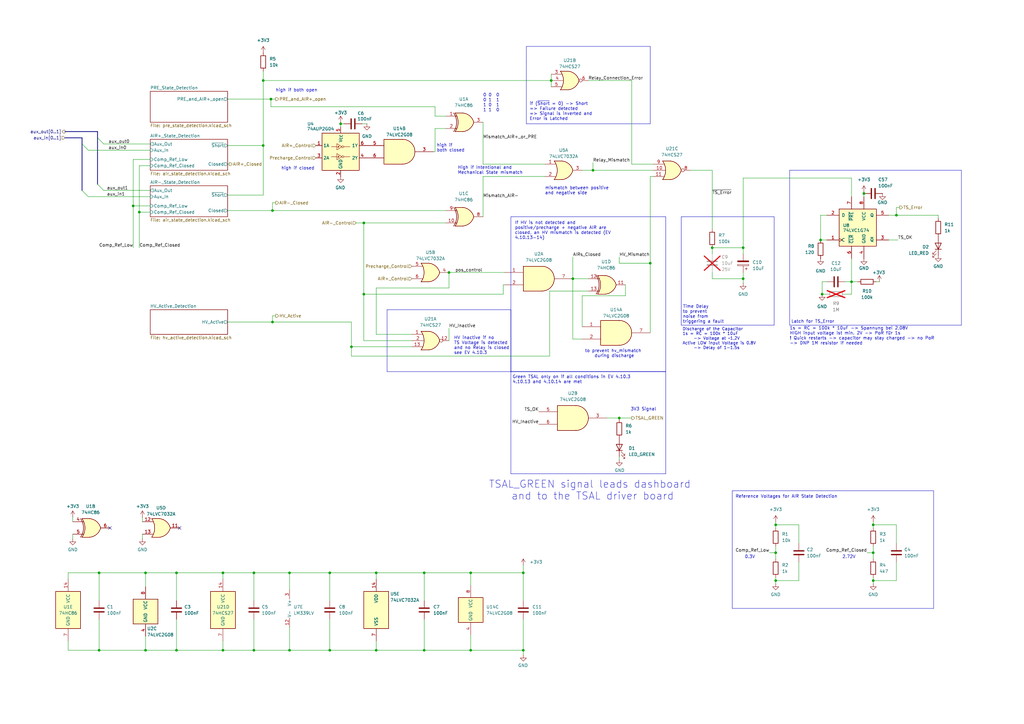
<source format=kicad_sch>
(kicad_sch
	(version 20250114)
	(generator "eeschema")
	(generator_version "9.0")
	(uuid "56b53f94-c2b2-4cdc-9d9a-c8fcb8f8f4f9")
	(paper "A3")
	(title_block
		(title "TSAL Logic")
		(date "2025-03-09")
		(rev "V1")
		(comment 1 "Lene Marquardt")
	)
	
	(text "high if \nboth closed\n"
		(exclude_from_sim no)
		(at 179.07 60.706 0)
		(effects
			(font
				(size 1.27 1.27)
			)
			(justify left)
		)
		(uuid "01bf20dc-ab56-415e-b767-0bfa00f951cc")
	)
	(text "if (~{Short} = 0) -> Short\n=> Failure detected\n=> Signal is inverted and\nError is Latched"
		(exclude_from_sim no)
		(at 217.17 49.53 0)
		(effects
			(font
				(size 1.27 1.27)
			)
			(justify left bottom)
		)
		(uuid "051e1902-e777-41fc-82bd-87c5978c0c95")
	)
	(text "High if Intentional and \nMechanical State mismatch"
		(exclude_from_sim no)
		(at 187.706 71.628 0)
		(effects
			(font
				(size 1.27 1.27)
			)
			(justify left bottom)
		)
		(uuid "1b17087d-8037-4328-8d30-c2b8664f26da")
	)
	(text "Time Delay\nto prevent\nnoise from\ntriggering a fault"
		(exclude_from_sim no)
		(at 280.035 132.715 0)
		(effects
			(font
				(size 1.27 1.27)
			)
			(justify left bottom)
		)
		(uuid "1e5963ce-e528-47c0-a345-dc53df42259a")
	)
	(text "Discharge of the Capacitor\n1s = RC = 100k * 10uF \n	-> Voltage at ~1,2V \nActive LOW input Voltage is 0.8V \n	-> Delay of 1-1.5s\n"
		(exclude_from_sim no)
		(at 279.908 138.938 0)
		(effects
			(font
				(size 1.2 1.2)
			)
			(justify left)
		)
		(uuid "237adeaa-eb91-49d7-993c-3259774c78de")
	)
	(text "Green TSAL only on if all conditions in EV 4.10.3\n4.10.13 and 4.10.14 are met"
		(exclude_from_sim no)
		(at 210.185 157.48 0)
		(effects
			(font
				(size 1.27 1.27)
			)
			(justify left bottom)
		)
		(uuid "2d6aaf15-6d69-4b51-ad11-e928c9e5e916")
	)
	(text "Latch for TS_Error"
		(exclude_from_sim no)
		(at 324.485 132.715 0)
		(effects
			(font
				(size 1.27 1.27)
			)
			(justify left bottom)
		)
		(uuid "3b5a3af4-0fd7-4161-b6cb-17147e1816d8")
	)
	(text "1s = RC = 100k * 10uF -> Spannung bei 2,08V\nHIGH input voltage ist min. 2V -> PoR für 1s \n! Quick restarts -> capacitor may stay charged -> no PoR\n-> DNP 1M resistor if needed "
		(exclude_from_sim no)
		(at 323.85 137.795 0)
		(effects
			(font
				(size 1.27 1.27)
			)
			(justify left)
		)
		(uuid "528e01b4-fcea-48b4-8974-e1f3f14a12ce")
	)
	(text "mismatch between positive\nand negative side"
		(exclude_from_sim no)
		(at 223.52 78.232 0)
		(effects
			(font
				(size 1.27 1.27)
			)
			(justify left)
		)
		(uuid "672cab99-52e8-45ad-9ff9-010b0c462c12")
	)
	(text "2.72V"
		(exclude_from_sim no)
		(at 345.44 229.235 0)
		(effects
			(font
				(size 1.27 1.27)
			)
			(justify left bottom)
		)
		(uuid "84985927-fea0-4cbf-9ec1-8b79c5f09c55")
	)
	(text "to prevent hv_mismatch \nduring discharge"
		(exclude_from_sim no)
		(at 251.968 145.034 0)
		(effects
			(font
				(size 1.27 1.27)
			)
		)
		(uuid "8a57b2bf-a946-458b-965f-87f62464c7cc")
	)
	(text "HV inactive if no \nTS Voltage is detected\nand no Relay is closed\nsee EV 4.10.3"
		(exclude_from_sim no)
		(at 186.182 145.542 0)
		(effects
			(font
				(size 1.27 1.27)
			)
			(justify left bottom)
		)
		(uuid "a24d6ec3-1f7a-439d-aaa7-b378f2fc4849")
	)
	(text "3V3 Signal"
		(exclude_from_sim no)
		(at 263.906 167.894 0)
		(effects
			(font
				(size 1.27 1.27)
			)
		)
		(uuid "ab4e1100-495a-4403-a437-d7cf9e3baa2e")
	)
	(text "0 0  0\n0 1  1\n1 0  1\n1 1  0\n"
		(exclude_from_sim no)
		(at 198.12 42.164 0)
		(effects
			(font
				(size 1.27 1.27)
			)
			(justify left)
		)
		(uuid "b6a3cba9-019a-4d8c-b036-2a0960aadf98")
	)
	(text "TSAL_GREEN signal leads dashboard \nand to the TSAL driver board"
		(exclude_from_sim no)
		(at 243.078 201.168 0)
		(effects
			(font
				(size 3 3)
			)
		)
		(uuid "db782e74-c6b6-4cae-a37b-ec22516f75d9")
	)
	(text "0.3V"
		(exclude_from_sim no)
		(at 305.435 229.235 0)
		(effects
			(font
				(size 1.27 1.27)
			)
			(justify left bottom)
		)
		(uuid "e30eceae-d722-4cd8-91ec-32a25f8d89be")
	)
	(text "high if both open"
		(exclude_from_sim no)
		(at 113.03 37.084 0)
		(effects
			(font
				(size 1.27 1.27)
			)
			(justify left)
		)
		(uuid "ec84db9c-bc0b-44a5-88db-7193697b97fc")
	)
	(text "high if closed"
		(exclude_from_sim no)
		(at 115.316 69.088 0)
		(effects
			(font
				(size 1.27 1.27)
			)
			(justify left)
		)
		(uuid "eca371a2-a8b3-4dcd-b6e0-34893a583a9c")
	)
	(text "Reference Voltages for AIR State Detection"
		(exclude_from_sim no)
		(at 301.625 204.47 0)
		(effects
			(font
				(size 1.27 1.27)
			)
			(justify left bottom)
		)
		(uuid "f17c52d9-7bce-4a12-9f59-dc2e62f3ae6b")
	)
	(text_box "If HV is not detected and positive/precharge + negative AIR are closed, an HV mismatch is detected (EV 4.10.13-14)"
		(exclude_from_sim no)
		(at 210.185 89.535 0)
		(size 45.085 8.89)
		(margins 0.9524 0.9524 0.9524 0.9524)
		(stroke
			(width -0.0001)
			(type default)
		)
		(fill
			(type none)
		)
		(effects
			(font
				(size 1.27 1.27)
			)
			(justify left top)
		)
		(uuid "fa9938b3-823e-4a8d-88da-ec6f319f6e88")
	)
	(junction
		(at 104.14 266.7)
		(diameter 0)
		(color 0 0 0 0)
		(uuid "016753e4-f5a3-4a92-a48e-990a3c7e5205")
	)
	(junction
		(at 367.665 88.265)
		(diameter 0)
		(color 0 0 0 0)
		(uuid "12ec0a8a-afb9-4902-9ec6-f0ab4769225e")
	)
	(junction
		(at 214.63 234.95)
		(diameter 0)
		(color 0 0 0 0)
		(uuid "16138868-a0fd-4a0a-8f0b-a546739c1bd1")
	)
	(junction
		(at 118.745 266.7)
		(diameter 0)
		(color 0 0 0 0)
		(uuid "1c5b1c47-c24f-46d3-8aa2-95a91d7445c7")
	)
	(junction
		(at 292.1 101.6)
		(diameter 0)
		(color 0 0 0 0)
		(uuid "2311c837-7f5b-49db-bbd7-89abdeadf7b6")
	)
	(junction
		(at 349.25 115.57)
		(diameter 0)
		(color 0 0 0 0)
		(uuid "2501453c-660c-4765-9360-1aa72e4499ed")
	)
	(junction
		(at 111.76 86.36)
		(diameter 0)
		(color 0 0 0 0)
		(uuid "275e127c-d468-4400-9e3c-314c28d9d11d")
	)
	(junction
		(at 54.61 84.455)
		(diameter 0)
		(color 0 0 0 0)
		(uuid "28afec49-fc2b-4253-89f8-1caf3b9affe6")
	)
	(junction
		(at 149.225 91.44)
		(diameter 0)
		(color 0 0 0 0)
		(uuid "2d899600-83f6-4fc7-9d76-71645a9321ab")
	)
	(junction
		(at 234.95 114.3)
		(diameter 0)
		(color 0 0 0 0)
		(uuid "2edb2fff-cc8f-46f5-926f-b1da1a2c97f2")
	)
	(junction
		(at 91.44 266.7)
		(diameter 0)
		(color 0 0 0 0)
		(uuid "32dc757a-f66b-4d23-9925-a95599756dfe")
	)
	(junction
		(at 104.14 234.95)
		(diameter 0)
		(color 0 0 0 0)
		(uuid "3d9d3749-e503-4bad-8e87-151d29405465")
	)
	(junction
		(at 154.305 234.95)
		(diameter 0)
		(color 0 0 0 0)
		(uuid "40d4f7d4-abb4-4d86-ac70-4ccc5238f65b")
	)
	(junction
		(at 118.745 234.95)
		(diameter 0)
		(color 0 0 0 0)
		(uuid "4afd6c5c-f72b-48d7-9bea-026d04c7ec4b")
	)
	(junction
		(at 107.95 59.69)
		(diameter 0)
		(color 0 0 0 0)
		(uuid "4fc25b27-ec47-46c8-bb1f-ec705bfbf7c9")
	)
	(junction
		(at 59.69 234.95)
		(diameter 0)
		(color 0 0 0 0)
		(uuid "5137108e-3189-4145-9afe-e057c7054e79")
	)
	(junction
		(at 72.39 234.95)
		(diameter 0)
		(color 0 0 0 0)
		(uuid "550c0b56-f704-4c8e-a0c8-e8b83795a3bb")
	)
	(junction
		(at 226.06 33.02)
		(diameter 0)
		(color 0 0 0 0)
		(uuid "57bd7227-deff-46bd-8224-c561ebcd8c4d")
	)
	(junction
		(at 266.7 107.95)
		(diameter 0)
		(color 0 0 0 0)
		(uuid "5db2e632-1036-44f4-99a8-51230606309e")
	)
	(junction
		(at 214.63 266.7)
		(diameter 0)
		(color 0 0 0 0)
		(uuid "5e957527-6006-4b33-bac4-2f6f1b558cbb")
	)
	(junction
		(at 111.125 40.64)
		(diameter 0)
		(color 0 0 0 0)
		(uuid "64918133-524a-419f-b4a1-1bab1e41d6d3")
	)
	(junction
		(at 72.39 266.7)
		(diameter 0)
		(color 0 0 0 0)
		(uuid "665c094e-6f4e-47ea-a159-0d547b0b0e56")
	)
	(junction
		(at 254 171.45)
		(diameter 0)
		(color 0 0 0 0)
		(uuid "6804ccc5-cc21-4f04-a939-db8a3b2bacc8")
	)
	(junction
		(at 358.14 238.125)
		(diameter 0)
		(color 0 0 0 0)
		(uuid "69c07ce0-9ca5-48a4-bd30-868d2c1419b2")
	)
	(junction
		(at 107.95 33.02)
		(diameter 0)
		(color 0 0 0 0)
		(uuid "6f2ae9d4-b943-43aa-86b0-b3f8c837fa6a")
	)
	(junction
		(at 173.99 234.95)
		(diameter 0)
		(color 0 0 0 0)
		(uuid "72280198-790f-4b15-8abc-9675ca3802f4")
	)
	(junction
		(at 154.305 266.7)
		(diameter 0)
		(color 0 0 0 0)
		(uuid "789234bf-3af6-4752-9678-7407db6bfded")
	)
	(junction
		(at 318.135 215.265)
		(diameter 0)
		(color 0 0 0 0)
		(uuid "7a662f3f-b1e0-45bb-ad1c-61146583e38c")
	)
	(junction
		(at 318.135 226.695)
		(diameter 0)
		(color 0 0 0 0)
		(uuid "7c947d91-c1c6-475e-b0e6-463da3eca62d")
	)
	(junction
		(at 135.255 234.95)
		(diameter 0)
		(color 0 0 0 0)
		(uuid "8eff2e03-e8c4-43fa-a9bc-5510529f8a93")
	)
	(junction
		(at 318.135 238.125)
		(diameter 0)
		(color 0 0 0 0)
		(uuid "932cff63-ad0c-4876-acc9-ebc92036d114")
	)
	(junction
		(at 173.99 266.7)
		(diameter 0)
		(color 0 0 0 0)
		(uuid "9802d9b8-315b-47ce-854e-61d695b79209")
	)
	(junction
		(at 304.8 101.6)
		(diameter 0)
		(color 0 0 0 0)
		(uuid "9c8ed50d-06ec-4c97-848f-87a0e2e268a2")
	)
	(junction
		(at 40.64 234.95)
		(diameter 0)
		(color 0 0 0 0)
		(uuid "a713a913-aef4-4cf0-bc4e-70f05d15d6d9")
	)
	(junction
		(at 91.44 234.95)
		(diameter 0)
		(color 0 0 0 0)
		(uuid "aca94a99-10dc-4638-aeee-52dcbab63fbd")
	)
	(junction
		(at 354.33 79.375)
		(diameter 0)
		(color 0 0 0 0)
		(uuid "accc4ece-f19c-4d58-a3bd-89be65d7a2c4")
	)
	(junction
		(at 144.145 142.24)
		(diameter 0)
		(color 0 0 0 0)
		(uuid "b13b0799-ba3c-44ed-9f50-a2f685c3dad9")
	)
	(junction
		(at 337.185 120.65)
		(diameter 0)
		(color 0 0 0 0)
		(uuid "b26eb8b8-639d-4a57-9883-66f9d4c2a9aa")
	)
	(junction
		(at 358.14 226.695)
		(diameter 0)
		(color 0 0 0 0)
		(uuid "b2bcf3e2-7251-4446-ba48-55b2e6a31c1b")
	)
	(junction
		(at 135.255 266.7)
		(diameter 0)
		(color 0 0 0 0)
		(uuid "b3439263-d744-4770-8f55-23cbc77d6cc9")
	)
	(junction
		(at 193.04 266.7)
		(diameter 0)
		(color 0 0 0 0)
		(uuid "bca5bdc4-ae92-479c-966c-6988e7cdf3a2")
	)
	(junction
		(at 304.8 114.3)
		(diameter 0)
		(color 0 0 0 0)
		(uuid "bd3deb9c-304d-40ff-8b3a-3644522cd826")
	)
	(junction
		(at 139.7 50.8)
		(diameter 0)
		(color 0 0 0 0)
		(uuid "c3041b98-ab9f-424c-ad4e-c11419fe9cad")
	)
	(junction
		(at 111.76 132.08)
		(diameter 0)
		(color 0 0 0 0)
		(uuid "c56e5298-4e76-4a41-84fe-22629f46ce76")
	)
	(junction
		(at 57.15 86.995)
		(diameter 0)
		(color 0 0 0 0)
		(uuid "cddd8b5d-9944-408d-8e15-dbf747a8154d")
	)
	(junction
		(at 59.69 266.7)
		(diameter 0)
		(color 0 0 0 0)
		(uuid "ce4421e8-8b4d-43bf-905b-3e36e1b804a5")
	)
	(junction
		(at 358.14 215.265)
		(diameter 0)
		(color 0 0 0 0)
		(uuid "ce6d76b8-53dc-46ad-9d9d-7bad6595075f")
	)
	(junction
		(at 243.205 69.85)
		(diameter 0)
		(color 0 0 0 0)
		(uuid "d34ebc63-8a82-42c4-9702-3298a1767366")
	)
	(junction
		(at 40.64 266.7)
		(diameter 0)
		(color 0 0 0 0)
		(uuid "d9556ec5-6087-4f14-9477-0a392d7b0105")
	)
	(junction
		(at 184.15 111.76)
		(diameter 0)
		(color 0 0 0 0)
		(uuid "e09395c7-5a71-46b4-9c60-b1aeff631d15")
	)
	(junction
		(at 149.225 120.65)
		(diameter 0)
		(color 0 0 0 0)
		(uuid "e43961ff-9cda-4fd1-ac80-8b822058b448")
	)
	(junction
		(at 193.04 234.95)
		(diameter 0)
		(color 0 0 0 0)
		(uuid "ea02dfc1-36f0-4deb-a8c8-4afdb31afc04")
	)
	(junction
		(at 336.55 98.425)
		(diameter 0)
		(color 0 0 0 0)
		(uuid "ec4f2b0a-30ac-410a-bb88-d4af4989224a")
	)
	(no_connect
		(at 73.66 216.535)
		(uuid "2bfc8a67-9b0e-4125-8531-eeff81c278ee")
	)
	(no_connect
		(at 45.085 216.535)
		(uuid "db64cc8c-d82e-4fe4-9478-86fe6d29b5da")
	)
	(bus_entry
		(at 40.005 56.515)
		(size 2.54 2.54)
		(stroke
			(width 0)
			(type default)
		)
		(uuid "2294fcff-0c25-4a36-b55d-50e767add09b")
	)
	(bus_entry
		(at 40.005 75.565)
		(size 2.54 2.54)
		(stroke
			(width 0)
			(type default)
		)
		(uuid "821dac2f-d7d5-4f56-a9ab-3369136810c3")
	)
	(bus_entry
		(at 33.655 78.105)
		(size 2.54 2.54)
		(stroke
			(width 0)
			(type default)
		)
		(uuid "d4c7612f-cb36-4883-aa49-9f9d39668565")
	)
	(bus_entry
		(at 33.655 59.055)
		(size 2.54 2.54)
		(stroke
			(width 0)
			(type default)
		)
		(uuid "e7eeb7d6-d621-42e4-a81b-9f2373a2a554")
	)
	(wire
		(pts
			(xy 318.135 238.125) (xy 318.135 239.395)
		)
		(stroke
			(width 0)
			(type default)
		)
		(uuid "01829250-0cc8-4507-9780-020adf567f52")
	)
	(polyline
		(pts
			(xy 323.85 133.35) (xy 394.335 133.35)
		)
		(stroke
			(width 0)
			(type default)
		)
		(uuid "02309faf-4754-4e6f-9879-b5b439d4a1b5")
	)
	(polyline
		(pts
			(xy 273.05 152.4) (xy 209.55 152.4)
		)
		(stroke
			(width 0)
			(type default)
		)
		(uuid "028b0db9-2f8b-4c0c-a50c-7e4a0ec4876d")
	)
	(wire
		(pts
			(xy 198.12 50.165) (xy 198.12 67.31)
		)
		(stroke
			(width 0)
			(type default)
		)
		(uuid "03c9453c-ddff-4b84-b972-69d0c4718ce3")
	)
	(wire
		(pts
			(xy 135.255 266.7) (xy 118.745 266.7)
		)
		(stroke
			(width 0)
			(type default)
		)
		(uuid "04007ac5-9bf7-4387-9fcd-abee73807eb2")
	)
	(wire
		(pts
			(xy 54.61 65.405) (xy 61.595 65.405)
		)
		(stroke
			(width 0)
			(type default)
		)
		(uuid "0447470b-0c78-4e20-9b02-48bb10bf3929")
	)
	(wire
		(pts
			(xy 327.66 215.265) (xy 318.135 215.265)
		)
		(stroke
			(width 0)
			(type default)
		)
		(uuid "045ef0de-2954-4637-856a-c8f8d13d1bf6")
	)
	(wire
		(pts
			(xy 368.3 98.425) (xy 364.49 98.425)
		)
		(stroke
			(width 0)
			(type default)
		)
		(uuid "0462cb89-03db-4845-a109-c9a3045d4422")
	)
	(polyline
		(pts
			(xy 215.9 19.05) (xy 215.9 25.4)
		)
		(stroke
			(width 0)
			(type default)
		)
		(uuid "048f4c57-b9db-4ea4-b042-68df573bdcb7")
	)
	(wire
		(pts
			(xy 259.08 67.31) (xy 267.97 67.31)
		)
		(stroke
			(width 0)
			(type default)
		)
		(uuid "0707c4a0-a93d-4278-b834-918ed3fdc3fc")
	)
	(wire
		(pts
			(xy 355.6 226.695) (xy 358.14 226.695)
		)
		(stroke
			(width 0)
			(type default)
		)
		(uuid "0707ebe5-38af-451a-be61-1628411b3ddc")
	)
	(wire
		(pts
			(xy 243.205 66.675) (xy 243.205 69.85)
		)
		(stroke
			(width 0)
			(type default)
		)
		(uuid "07631ec7-c1cc-4292-9fe3-07f428f693cb")
	)
	(wire
		(pts
			(xy 198.12 88.9) (xy 198.12 72.39)
		)
		(stroke
			(width 0)
			(type default)
		)
		(uuid "08b00f24-9a8b-44e9-ba17-0e7a04249c4a")
	)
	(wire
		(pts
			(xy 59.69 260.985) (xy 59.69 266.7)
		)
		(stroke
			(width 0)
			(type default)
		)
		(uuid "0a7392cd-3883-4cb9-9320-7f7047d7ea29")
	)
	(wire
		(pts
			(xy 139.7 50.8) (xy 139.7 52.07)
		)
		(stroke
			(width 0)
			(type default)
		)
		(uuid "0b9cd84d-9d25-4ce1-a101-0de7adaf9c3d")
	)
	(wire
		(pts
			(xy 144.145 146.05) (xy 144.145 142.24)
		)
		(stroke
			(width 0)
			(type default)
		)
		(uuid "0d21270d-3545-4f59-ae60-473747d073a7")
	)
	(wire
		(pts
			(xy 364.49 88.265) (xy 367.665 88.265)
		)
		(stroke
			(width 0)
			(type default)
		)
		(uuid "0da43f48-1541-4c6e-8c11-22e463a4c401")
	)
	(wire
		(pts
			(xy 59.69 266.7) (xy 72.39 266.7)
		)
		(stroke
			(width 0)
			(type default)
		)
		(uuid "0f2bd2b0-f525-43f5-89fa-1b0bde94503b")
	)
	(polyline
		(pts
			(xy 158.75 152.4) (xy 158.75 127)
		)
		(stroke
			(width 0)
			(type default)
		)
		(uuid "0f618cc1-040a-4a9f-95ac-fbdba9ac49a5")
	)
	(wire
		(pts
			(xy 318.135 213.995) (xy 318.135 215.265)
		)
		(stroke
			(width 0)
			(type default)
		)
		(uuid "0f89ab14-dcff-423b-b06c-d82d82a21222")
	)
	(bus
		(pts
			(xy 33.655 78.105) (xy 33.655 59.055)
		)
		(stroke
			(width 0)
			(type default)
		)
		(uuid "0fc7e1b9-1e38-4ebb-b231-a6488bc9c60d")
	)
	(wire
		(pts
			(xy 154.305 262.89) (xy 154.305 266.7)
		)
		(stroke
			(width 0)
			(type default)
		)
		(uuid "104075de-ecd2-4bbb-9e23-70c2b48df34d")
	)
	(wire
		(pts
			(xy 91.44 234.95) (xy 91.44 237.49)
		)
		(stroke
			(width 0)
			(type default)
		)
		(uuid "10783f2e-6266-406e-aaec-5888d18605e7")
	)
	(wire
		(pts
			(xy 58.42 220.98) (xy 58.42 219.075)
		)
		(stroke
			(width 0)
			(type default)
		)
		(uuid "10b9f4c6-1ba1-4664-8415-fcc3aeae6de4")
	)
	(wire
		(pts
			(xy 54.61 65.405) (xy 54.61 84.455)
		)
		(stroke
			(width 0)
			(type default)
		)
		(uuid "10ffee8e-42ba-49a6-9a28-1fddb10fe1e1")
	)
	(polyline
		(pts
			(xy 209.55 194.31) (xy 209.55 152.4)
		)
		(stroke
			(width 0)
			(type default)
		)
		(uuid "13d5cacc-32a3-43e1-b6f1-dbf4443fca40")
	)
	(wire
		(pts
			(xy 248.92 171.45) (xy 254 171.45)
		)
		(stroke
			(width 0)
			(type default)
		)
		(uuid "16a2d480-0624-4bb3-929b-5f6858133f58")
	)
	(wire
		(pts
			(xy 327.66 222.885) (xy 327.66 215.265)
		)
		(stroke
			(width 0)
			(type default)
		)
		(uuid "187149a3-d9a8-416f-bb50-f2e2a7746de1")
	)
	(wire
		(pts
			(xy 54.61 84.455) (xy 61.595 84.455)
		)
		(stroke
			(width 0)
			(type default)
		)
		(uuid "1888bc63-2bc5-495a-9104-266e94a3f032")
	)
	(bus
		(pts
			(xy 26.67 56.515) (xy 33.655 56.515)
		)
		(stroke
			(width 0)
			(type default)
		)
		(uuid "190e02d8-8602-4c02-a1e9-268dae6ab33d")
	)
	(wire
		(pts
			(xy 346.71 115.57) (xy 349.25 115.57)
		)
		(stroke
			(width 0)
			(type default)
		)
		(uuid "1a552aef-9555-4416-814e-dfb8f269df8a")
	)
	(wire
		(pts
			(xy 254 171.45) (xy 259.08 171.45)
		)
		(stroke
			(width 0)
			(type default)
		)
		(uuid "1b286b98-b501-4ee2-bea2-fee82e1077ea")
	)
	(wire
		(pts
			(xy 367.665 238.125) (xy 358.14 238.125)
		)
		(stroke
			(width 0)
			(type default)
		)
		(uuid "1b47912c-f8f2-4c65-8245-e6816950f05d")
	)
	(wire
		(pts
			(xy 256.54 116.84) (xy 256.54 121.285)
		)
		(stroke
			(width 0)
			(type default)
		)
		(uuid "1bc2bc84-b9a4-41c9-a4ae-2b7dc949f9aa")
	)
	(wire
		(pts
			(xy 337.185 120.65) (xy 339.09 120.65)
		)
		(stroke
			(width 0)
			(type default)
		)
		(uuid "1c466535-a576-4b84-bf71-3a9b1b55d0fb")
	)
	(wire
		(pts
			(xy 184.15 118.11) (xy 154.305 118.11)
		)
		(stroke
			(width 0)
			(type default)
		)
		(uuid "1cc29156-26da-4596-89d6-bfed6cd6a10f")
	)
	(wire
		(pts
			(xy 173.99 234.95) (xy 173.99 246.38)
		)
		(stroke
			(width 0)
			(type default)
		)
		(uuid "1fb35359-ab09-4571-8769-141d6ec4e11b")
	)
	(wire
		(pts
			(xy 225.425 119.38) (xy 225.425 146.05)
		)
		(stroke
			(width 0)
			(type default)
		)
		(uuid "204df33e-a715-4d68-b6bb-ac4b84fe9c98")
	)
	(wire
		(pts
			(xy 93.345 132.08) (xy 111.76 132.08)
		)
		(stroke
			(width 0)
			(type default)
		)
		(uuid "22034c2e-cf63-4df7-9346-a932a44838f0")
	)
	(wire
		(pts
			(xy 178.435 47.625) (xy 182.88 47.625)
		)
		(stroke
			(width 0)
			(type default)
		)
		(uuid "24947bff-19ed-4468-b46d-591447ddc9cc")
	)
	(wire
		(pts
			(xy 184.15 111.76) (xy 207.01 111.76)
		)
		(stroke
			(width 0)
			(type default)
		)
		(uuid "2551daa6-21e6-496b-a2a2-69cde284104c")
	)
	(wire
		(pts
			(xy 154.305 234.95) (xy 173.99 234.95)
		)
		(stroke
			(width 0)
			(type default)
		)
		(uuid "272eeb01-1ab8-4b7d-a931-b619ad9a5e29")
	)
	(wire
		(pts
			(xy 72.39 234.95) (xy 91.44 234.95)
		)
		(stroke
			(width 0)
			(type default)
		)
		(uuid "27f53abb-e7b1-46d2-9429-3902b1942a8d")
	)
	(wire
		(pts
			(xy 111.125 40.64) (xy 111.125 43.815)
		)
		(stroke
			(width 0)
			(type default)
		)
		(uuid "286dee9a-c781-431c-b76a-89f4b1465baf")
	)
	(wire
		(pts
			(xy 154.305 234.95) (xy 154.305 237.49)
		)
		(stroke
			(width 0)
			(type default)
		)
		(uuid "28a0ab58-adf1-43fd-a088-f0c1e1e36283")
	)
	(wire
		(pts
			(xy 149.225 120.65) (xy 149.225 139.7)
		)
		(stroke
			(width 0)
			(type default)
		)
		(uuid "28accd0c-569c-4c60-83a0-2560c74f06a0")
	)
	(wire
		(pts
			(xy 104.14 246.38) (xy 104.14 234.95)
		)
		(stroke
			(width 0)
			(type default)
		)
		(uuid "2a6413db-e5f3-4c88-b8a8-667fcd2ac8b8")
	)
	(wire
		(pts
			(xy 57.15 86.995) (xy 61.595 86.995)
		)
		(stroke
			(width 0)
			(type default)
		)
		(uuid "2bc88597-6249-4f6c-a0db-7cece7cd85f3")
	)
	(wire
		(pts
			(xy 214.63 254) (xy 214.63 266.7)
		)
		(stroke
			(width 0)
			(type default)
		)
		(uuid "2c6a70e0-6f5e-43d2-a562-11bc76ac4f2b")
	)
	(polyline
		(pts
			(xy 266.7 50.8) (xy 266.7 19.05)
		)
		(stroke
			(width 0)
			(type default)
		)
		(uuid "2caeb558-5872-4bbb-a15a-67594a793932")
	)
	(wire
		(pts
			(xy 154.305 266.7) (xy 135.255 266.7)
		)
		(stroke
			(width 0)
			(type default)
		)
		(uuid "30069411-0f1b-44ec-9065-1ecd21e7e928")
	)
	(wire
		(pts
			(xy 214.63 234.95) (xy 214.63 246.38)
		)
		(stroke
			(width 0)
			(type default)
		)
		(uuid "315b7fe0-d709-47c5-bc19-01b5586a127d")
	)
	(wire
		(pts
			(xy 318.135 236.855) (xy 318.135 238.125)
		)
		(stroke
			(width 0)
			(type default)
		)
		(uuid "35d680fc-1af1-44fe-8149-41d91b05d016")
	)
	(wire
		(pts
			(xy 256.54 121.285) (xy 238.76 121.285)
		)
		(stroke
			(width 0)
			(type default)
		)
		(uuid "38988be3-5f3e-4cb8-88ed-c9db338989b9")
	)
	(polyline
		(pts
			(xy 279.4 88.9) (xy 317.5 88.9)
		)
		(stroke
			(width 0)
			(type default)
		)
		(uuid "38c3588e-3caf-4301-adf8-9e70779e775b")
	)
	(wire
		(pts
			(xy 149.225 139.7) (xy 168.91 139.7)
		)
		(stroke
			(width 0)
			(type default)
		)
		(uuid "39bee2ec-ad62-4e77-96eb-7ff3249fb667")
	)
	(wire
		(pts
			(xy 384.81 88.265) (xy 384.81 89.535)
		)
		(stroke
			(width 0)
			(type default)
		)
		(uuid "39d4c016-4228-4dc9-8209-e1c15fe029bd")
	)
	(wire
		(pts
			(xy 193.04 260.35) (xy 193.04 266.7)
		)
		(stroke
			(width 0)
			(type default)
		)
		(uuid "3ab45ce2-1f49-4566-8d7e-bbddac9b1e63")
	)
	(wire
		(pts
			(xy 367.665 85.09) (xy 367.665 88.265)
		)
		(stroke
			(width 0)
			(type default)
		)
		(uuid "3b43a561-e563-4085-aad6-c987f3f6e2a9")
	)
	(wire
		(pts
			(xy 144.145 142.24) (xy 168.91 142.24)
		)
		(stroke
			(width 0)
			(type default)
		)
		(uuid "3d404860-287c-4062-a27b-3f5a314c599a")
	)
	(wire
		(pts
			(xy 27.94 262.89) (xy 27.94 266.7)
		)
		(stroke
			(width 0)
			(type default)
		)
		(uuid "3fff2e78-4723-40d5-b3ed-e9be97f47b09")
	)
	(wire
		(pts
			(xy 351.79 115.57) (xy 349.25 115.57)
		)
		(stroke
			(width 0)
			(type default)
		)
		(uuid "41cdd068-91c2-488e-8e81-eaafe250014f")
	)
	(wire
		(pts
			(xy 42.545 78.105) (xy 61.595 78.105)
		)
		(stroke
			(width 0)
			(type default)
		)
		(uuid "422ba686-4ce7-44ad-b0a8-9aedcec82101")
	)
	(wire
		(pts
			(xy 149.225 120.65) (xy 206.375 120.65)
		)
		(stroke
			(width 0)
			(type default)
		)
		(uuid "43933e06-484f-4517-93af-53cfc00cab18")
	)
	(wire
		(pts
			(xy 358.14 213.995) (xy 358.14 215.265)
		)
		(stroke
			(width 0)
			(type default)
		)
		(uuid "439e8b51-5643-41a3-9cfc-5de1e65c40cd")
	)
	(wire
		(pts
			(xy 111.76 86.36) (xy 182.88 86.36)
		)
		(stroke
			(width 0)
			(type default)
		)
		(uuid "43d12275-7736-437a-8284-d79db0c29850")
	)
	(wire
		(pts
			(xy 111.76 132.08) (xy 144.145 132.08)
		)
		(stroke
			(width 0)
			(type default)
		)
		(uuid "46f7599e-d4a6-4f07-a196-92ac13b03acb")
	)
	(wire
		(pts
			(xy 304.8 111.76) (xy 304.8 114.3)
		)
		(stroke
			(width 0)
			(type default)
		)
		(uuid "4a8624b6-c1dc-4f2a-9d1c-b9c0d0493a81")
	)
	(wire
		(pts
			(xy 54.61 84.455) (xy 54.61 101.6)
		)
		(stroke
			(width 0)
			(type default)
		)
		(uuid "4cb021c1-290c-4b9e-a81c-5f56f7ac1781")
	)
	(wire
		(pts
			(xy 148.59 50.8) (xy 150.495 50.8)
		)
		(stroke
			(width 0)
			(type default)
		)
		(uuid "4cba79df-097d-4b04-940c-3d82386e2a52")
	)
	(wire
		(pts
			(xy 315.595 226.695) (xy 318.135 226.695)
		)
		(stroke
			(width 0)
			(type default)
		)
		(uuid "4d94a644-28b8-4ca6-88f8-3c41a3e7ccd8")
	)
	(wire
		(pts
			(xy 135.255 254) (xy 135.255 266.7)
		)
		(stroke
			(width 0)
			(type default)
		)
		(uuid "4ddbc19e-c57e-452d-9dc2-6c7c0910c455")
	)
	(wire
		(pts
			(xy 93.345 67.31) (xy 93.98 67.31)
		)
		(stroke
			(width 0)
			(type default)
		)
		(uuid "4e650a8e-e963-40cd-ac35-dab01864e9ab")
	)
	(wire
		(pts
			(xy 243.205 69.85) (xy 267.97 69.85)
		)
		(stroke
			(width 0)
			(type default)
		)
		(uuid "5071c25e-fab1-4e1c-a824-73eb99a1f452")
	)
	(wire
		(pts
			(xy 349.25 120.65) (xy 346.71 120.65)
		)
		(stroke
			(width 0)
			(type default)
		)
		(uuid "52121f38-eda4-4879-9a58-e32afba2814a")
	)
	(wire
		(pts
			(xy 337.185 115.57) (xy 339.09 115.57)
		)
		(stroke
			(width 0)
			(type default)
		)
		(uuid "526835e4-67ff-4974-ab09-6d28331488c3")
	)
	(wire
		(pts
			(xy 336.55 98.425) (xy 339.09 98.425)
		)
		(stroke
			(width 0)
			(type default)
		)
		(uuid "55293d6b-08ae-415f-9dc5-edfaa2533ec9")
	)
	(wire
		(pts
			(xy 254 105.41) (xy 254 107.95)
		)
		(stroke
			(width 0)
			(type default)
		)
		(uuid "5538ea62-3042-4260-8793-498405e99a39")
	)
	(wire
		(pts
			(xy 214.63 268.605) (xy 214.63 266.7)
		)
		(stroke
			(width 0)
			(type default)
		)
		(uuid "56f90c49-22f3-45ff-8d85-a137d3a254ae")
	)
	(wire
		(pts
			(xy 214.63 231.775) (xy 214.63 234.95)
		)
		(stroke
			(width 0)
			(type default)
		)
		(uuid "59894fe2-7546-49c1-a9b3-fb41eddba3c9")
	)
	(wire
		(pts
			(xy 304.8 116.205) (xy 304.8 114.3)
		)
		(stroke
			(width 0)
			(type default)
		)
		(uuid "5a30a355-2c90-43b5-8066-5bf4175f7747")
	)
	(wire
		(pts
			(xy 154.305 137.16) (xy 168.91 137.16)
		)
		(stroke
			(width 0)
			(type default)
		)
		(uuid "5b43e2e4-d1c6-470e-853b-640b88a91711")
	)
	(wire
		(pts
			(xy 93.345 86.36) (xy 111.76 86.36)
		)
		(stroke
			(width 0)
			(type default)
		)
		(uuid "5d47b7b5-a067-4ec9-96ba-d82680ce5f36")
	)
	(wire
		(pts
			(xy 91.44 266.7) (xy 104.14 266.7)
		)
		(stroke
			(width 0)
			(type default)
		)
		(uuid "5e8f9034-6d07-40a9-9264-2b55dfc248cd")
	)
	(wire
		(pts
			(xy 29.845 220.98) (xy 29.845 219.075)
		)
		(stroke
			(width 0)
			(type default)
		)
		(uuid "64c80785-0e52-497a-851b-68a20a0c634d")
	)
	(wire
		(pts
			(xy 139.7 50.165) (xy 139.7 50.8)
		)
		(stroke
			(width 0)
			(type default)
		)
		(uuid "65a433a0-2bc8-40e3-9f39-355866ba62a4")
	)
	(wire
		(pts
			(xy 259.08 33.02) (xy 259.08 67.31)
		)
		(stroke
			(width 0)
			(type default)
		)
		(uuid "676bba8e-8aec-46e1-8c76-1cbb17b24bb8")
	)
	(wire
		(pts
			(xy 358.14 215.265) (xy 367.665 215.265)
		)
		(stroke
			(width 0)
			(type default)
		)
		(uuid "682236fb-085a-454e-80fa-a1e0cae3b8a7")
	)
	(wire
		(pts
			(xy 135.255 234.95) (xy 118.745 234.95)
		)
		(stroke
			(width 0)
			(type default)
		)
		(uuid "68b20844-100f-458c-a0b7-aa8772bf8c94")
	)
	(wire
		(pts
			(xy 234.95 105.41) (xy 234.95 114.3)
		)
		(stroke
			(width 0)
			(type default)
		)
		(uuid "6957a7d2-cab7-4101-9474-a3d0c7f49daa")
	)
	(wire
		(pts
			(xy 354.33 78.74) (xy 354.33 79.375)
		)
		(stroke
			(width 0)
			(type default)
		)
		(uuid "69836b55-6c79-42b1-8323-da6b1fe02206")
	)
	(wire
		(pts
			(xy 367.665 88.265) (xy 384.81 88.265)
		)
		(stroke
			(width 0)
			(type default)
		)
		(uuid "69aea1c3-9c4e-44a6-b007-a6519e9b8a5b")
	)
	(wire
		(pts
			(xy 367.665 230.505) (xy 367.665 238.125)
		)
		(stroke
			(width 0)
			(type default)
		)
		(uuid "6af9b0c9-53bf-4531-ac9e-726ad960ceae")
	)
	(wire
		(pts
			(xy 358.14 215.265) (xy 358.14 216.535)
		)
		(stroke
			(width 0)
			(type default)
		)
		(uuid "6bc34aac-a94a-44e6-90cb-ca9581c5973a")
	)
	(wire
		(pts
			(xy 27.94 266.7) (xy 40.64 266.7)
		)
		(stroke
			(width 0)
			(type default)
		)
		(uuid "6bf1dfd2-36b0-4be3-831a-573669b46603")
	)
	(wire
		(pts
			(xy 292.1 114.3) (xy 304.8 114.3)
		)
		(stroke
			(width 0)
			(type default)
		)
		(uuid "6d6ac19c-2f8f-4c0b-9ec9-9175e48c3da7")
	)
	(polyline
		(pts
			(xy 394.335 69.85) (xy 323.85 69.85)
		)
		(stroke
			(width 0)
			(type default)
		)
		(uuid "71312140-6244-4d67-9fbf-4429beab039f")
	)
	(wire
		(pts
			(xy 254 171.45) (xy 254 172.085)
		)
		(stroke
			(width 0)
			(type default)
		)
		(uuid "71ef47f6-dbde-4679-8a1d-c26b398ed950")
	)
	(wire
		(pts
			(xy 173.99 234.95) (xy 193.04 234.95)
		)
		(stroke
			(width 0)
			(type default)
		)
		(uuid "734b8dca-b001-415c-955b-d6944f4c2425")
	)
	(wire
		(pts
			(xy 336.55 98.425) (xy 336.55 88.265)
		)
		(stroke
			(width 0)
			(type default)
		)
		(uuid "73c7c66a-30d4-4585-80fd-1d932adbb715")
	)
	(wire
		(pts
			(xy 184.15 134.62) (xy 184.15 139.7)
		)
		(stroke
			(width 0)
			(type default)
		)
		(uuid "7481be38-1b1f-4761-b4a5-79de7c6f809e")
	)
	(wire
		(pts
			(xy 57.15 86.995) (xy 57.15 101.6)
		)
		(stroke
			(width 0)
			(type default)
		)
		(uuid "75d0c726-2759-4fa2-9790-7c5a5e8731cc")
	)
	(polyline
		(pts
			(xy 209.55 152.4) (xy 273.05 152.4)
		)
		(stroke
			(width 0)
			(type default)
		)
		(uuid "75f1920c-ff91-4fb8-b394-ea912c94ca33")
	)
	(wire
		(pts
			(xy 72.39 266.7) (xy 91.44 266.7)
		)
		(stroke
			(width 0)
			(type default)
		)
		(uuid "75f3c061-a007-4b86-b604-fe60490d8f6f")
	)
	(wire
		(pts
			(xy 318.135 224.155) (xy 318.135 226.695)
		)
		(stroke
			(width 0)
			(type default)
		)
		(uuid "78c2c3a5-6c4e-4eee-bbca-e0e548321caf")
	)
	(wire
		(pts
			(xy 111.76 129.54) (xy 111.76 132.08)
		)
		(stroke
			(width 0)
			(type default)
		)
		(uuid "797a5476-b669-4bd7-93f4-bc6b95b2819d")
	)
	(wire
		(pts
			(xy 198.12 67.31) (xy 223.52 67.31)
		)
		(stroke
			(width 0)
			(type default)
		)
		(uuid "7a4b2b20-7cbb-485e-ac6a-dfe1fa465a8b")
	)
	(polyline
		(pts
			(xy 317.5 88.9) (xy 317.5 133.35)
		)
		(stroke
			(width 0)
			(type default)
		)
		(uuid "7af2d359-206d-4f81-98cf-5d8e23b4593b")
	)
	(wire
		(pts
			(xy 360.68 115.57) (xy 359.41 115.57)
		)
		(stroke
			(width 0)
			(type default)
		)
		(uuid "7bb01ac1-fc80-4c68-a247-8e4e1affcdbe")
	)
	(wire
		(pts
			(xy 336.55 88.265) (xy 339.09 88.265)
		)
		(stroke
			(width 0)
			(type default)
		)
		(uuid "7d88834f-7f64-4c0c-a6a8-d36186b5e213")
	)
	(wire
		(pts
			(xy 226.06 30.48) (xy 226.06 33.02)
		)
		(stroke
			(width 0)
			(type default)
		)
		(uuid "7eb17739-17e1-4347-8600-da4c99d5e647")
	)
	(wire
		(pts
			(xy 266.7 72.39) (xy 266.7 107.95)
		)
		(stroke
			(width 0)
			(type default)
		)
		(uuid "7f637bc8-b969-4555-ac67-adf5bb2f2eb4")
	)
	(wire
		(pts
			(xy 154.305 266.7) (xy 173.99 266.7)
		)
		(stroke
			(width 0)
			(type default)
		)
		(uuid "7fbb7ecb-d58b-4593-bdc0-813a8ac87a9a")
	)
	(wire
		(pts
			(xy 238.76 121.285) (xy 238.76 133.985)
		)
		(stroke
			(width 0)
			(type default)
		)
		(uuid "8084378a-b865-431f-8113-9be08ed88453")
	)
	(wire
		(pts
			(xy 144.145 132.08) (xy 144.145 142.24)
		)
		(stroke
			(width 0)
			(type default)
		)
		(uuid "81febf04-5d07-4924-94fd-f08c83ab1976")
	)
	(wire
		(pts
			(xy 358.14 236.855) (xy 358.14 238.125)
		)
		(stroke
			(width 0)
			(type default)
		)
		(uuid "82baedab-5f64-4ba6-81cc-2aa1a5b5944f")
	)
	(bus
		(pts
			(xy 40.005 75.565) (xy 40.005 56.515)
		)
		(stroke
			(width 0)
			(type default)
		)
		(uuid "858dc28c-94f9-46fa-b2d4-ec14fc2ccc96")
	)
	(wire
		(pts
			(xy 206.375 116.84) (xy 206.375 120.65)
		)
		(stroke
			(width 0)
			(type default)
		)
		(uuid "87230b9d-a744-4e6b-8415-2f22e514ba6f")
	)
	(wire
		(pts
			(xy 234.95 114.3) (xy 241.3 114.3)
		)
		(stroke
			(width 0)
			(type default)
		)
		(uuid "8981bbb7-53ff-460e-941a-112b03724bd1")
	)
	(bus
		(pts
			(xy 40.005 53.975) (xy 26.67 53.975)
		)
		(stroke
			(width 0)
			(type default)
		)
		(uuid "89ae0e7c-5cc9-45b0-9dc6-0c9ca6ff4de5")
	)
	(wire
		(pts
			(xy 238.76 69.85) (xy 243.205 69.85)
		)
		(stroke
			(width 0)
			(type default)
		)
		(uuid "8b868176-e11f-435d-b497-a0cf73da7a8b")
	)
	(wire
		(pts
			(xy 349.25 73.025) (xy 349.25 80.645)
		)
		(stroke
			(width 0)
			(type default)
		)
		(uuid "8bef4d72-5225-4c81-864a-e88f57ca2f6d")
	)
	(polyline
		(pts
			(xy 266.7 19.05) (xy 215.9 19.05)
		)
		(stroke
			(width 0)
			(type default)
		)
		(uuid "8cdfd254-dbdb-479a-93ab-0fd905c409c9")
	)
	(wire
		(pts
			(xy 193.04 234.95) (xy 193.04 240.03)
		)
		(stroke
			(width 0)
			(type default)
		)
		(uuid "8d70bb0f-958a-424b-a45e-4d9382f821c1")
	)
	(polyline
		(pts
			(xy 209.55 152.4) (xy 209.55 88.9)
		)
		(stroke
			(width 0)
			(type default)
		)
		(uuid "8e51e1d1-2f3c-479d-b011-52575d9a146e")
	)
	(wire
		(pts
			(xy 40.64 234.95) (xy 59.69 234.95)
		)
		(stroke
			(width 0)
			(type default)
		)
		(uuid "8ec74f18-b5d7-4552-9402-473edc939533")
	)
	(wire
		(pts
			(xy 107.95 33.02) (xy 226.06 33.02)
		)
		(stroke
			(width 0)
			(type default)
		)
		(uuid "8f7f8794-0b14-419f-b2be-d434fdc8fc6d")
	)
	(wire
		(pts
			(xy 234.95 139.065) (xy 234.95 114.3)
		)
		(stroke
			(width 0)
			(type default)
		)
		(uuid "907ccbd2-a5d4-43dd-8d2f-0cbca604ff17")
	)
	(bus
		(pts
			(xy 33.655 59.055) (xy 33.655 56.515)
		)
		(stroke
			(width 0)
			(type default)
		)
		(uuid "929776c9-f8e8-48fd-ac65-5f095d9502f5")
	)
	(polyline
		(pts
			(xy 394.335 133.35) (xy 394.335 69.85)
		)
		(stroke
			(width 0)
			(type default)
		)
		(uuid "93ad1fed-2f06-4572-ba92-36770114c88d")
	)
	(wire
		(pts
			(xy 178.435 62.23) (xy 177.8 62.23)
		)
		(stroke
			(width 0)
			(type default)
		)
		(uuid "9448a02a-d884-4599-937a-5042572dfc8b")
	)
	(wire
		(pts
			(xy 118.745 234.95) (xy 118.745 241.935)
		)
		(stroke
			(width 0)
			(type default)
		)
		(uuid "94a16445-9314-4a0b-b895-7543e20c57e4")
	)
	(wire
		(pts
			(xy 58.42 212.09) (xy 58.42 213.995)
		)
		(stroke
			(width 0)
			(type default)
		)
		(uuid "94e38831-0b18-4cd5-9c47-7e3cbdbe8f65")
	)
	(wire
		(pts
			(xy 111.125 43.815) (xy 178.435 43.815)
		)
		(stroke
			(width 0)
			(type default)
		)
		(uuid "94e9826b-4917-4749-85d8-9c9b9520ff91")
	)
	(wire
		(pts
			(xy 59.69 234.95) (xy 72.39 234.95)
		)
		(stroke
			(width 0)
			(type default)
		)
		(uuid "957f6fe7-67ae-4e0d-b4c8-c995d1c20ce8")
	)
	(wire
		(pts
			(xy 254 188.595) (xy 254 187.325)
		)
		(stroke
			(width 0)
			(type default)
		)
		(uuid "95b1d86f-cbe6-42d2-ba03-cc0bc5a84855")
	)
	(wire
		(pts
			(xy 104.14 266.7) (xy 118.745 266.7)
		)
		(stroke
			(width 0)
			(type default)
		)
		(uuid "95c031bd-3814-4b45-aa7c-e73a2c182c23")
	)
	(wire
		(pts
			(xy 59.69 234.95) (xy 59.69 240.665)
		)
		(stroke
			(width 0)
			(type default)
		)
		(uuid "9958c36f-c2c9-4e11-9918-8bd8181c6ccd")
	)
	(wire
		(pts
			(xy 198.12 72.39) (xy 223.52 72.39)
		)
		(stroke
			(width 0)
			(type default)
		)
		(uuid "9b0b1563-7f06-4ba0-abe4-2bb45769d0ae")
	)
	(wire
		(pts
			(xy 178.435 52.705) (xy 182.88 52.705)
		)
		(stroke
			(width 0)
			(type default)
		)
		(uuid "9b4bcfd0-cee5-4d98-8a44-c6842fc273d7")
	)
	(wire
		(pts
			(xy 111.76 129.54) (xy 113.03 129.54)
		)
		(stroke
			(width 0)
			(type default)
		)
		(uuid "9bdaa573-3443-4d0b-b8a5-aecac8035bd6")
	)
	(wire
		(pts
			(xy 337.185 120.65) (xy 337.185 115.57)
		)
		(stroke
			(width 0)
			(type default)
		)
		(uuid "9d8d54c1-f289-4230-8acb-daa1108a415a")
	)
	(wire
		(pts
			(xy 72.39 254) (xy 72.39 266.7)
		)
		(stroke
			(width 0)
			(type default)
		)
		(uuid "9e4f722d-7c98-4bfa-8ca2-ceaa423b58ff")
	)
	(bus
		(pts
			(xy 40.005 56.515) (xy 40.005 53.975)
		)
		(stroke
			(width 0)
			(type default)
		)
		(uuid "a0982f86-4d0e-4621-855c-0572a81baa98")
	)
	(wire
		(pts
			(xy 304.8 101.6) (xy 304.8 73.025)
		)
		(stroke
			(width 0)
			(type default)
		)
		(uuid "a1b1dfd9-4f20-4491-a989-4b926d1fa9ba")
	)
	(wire
		(pts
			(xy 266.7 107.95) (xy 266.7 136.525)
		)
		(stroke
			(width 0)
			(type default)
		)
		(uuid "a22ad5ca-89b7-4ed2-9b45-b510387d0fe2")
	)
	(wire
		(pts
			(xy 107.95 59.69) (xy 107.95 80.01)
		)
		(stroke
			(width 0)
			(type default)
		)
		(uuid "a416e831-d8d9-4b73-a593-7e025ded6e31")
	)
	(wire
		(pts
			(xy 27.94 234.95) (xy 40.64 234.95)
		)
		(stroke
			(width 0)
			(type default)
		)
		(uuid "a5e36647-120f-4236-b93b-39e07402fb81")
	)
	(wire
		(pts
			(xy 283.21 69.85) (xy 292.1 69.85)
		)
		(stroke
			(width 0)
			(type default)
		)
		(uuid "a5fc1af0-b0a9-4eee-bfb1-cf7c0432111b")
	)
	(wire
		(pts
			(xy 149.225 91.44) (xy 149.225 120.65)
		)
		(stroke
			(width 0)
			(type default)
		)
		(uuid "a69c61df-f7a8-4b1b-8919-5acc2389c3e6")
	)
	(wire
		(pts
			(xy 178.435 43.815) (xy 178.435 47.625)
		)
		(stroke
			(width 0)
			(type default)
		)
		(uuid "a6a8ed68-b6c6-4fe3-8b4c-9389284f50be")
	)
	(wire
		(pts
			(xy 241.3 33.02) (xy 259.08 33.02)
		)
		(stroke
			(width 0)
			(type default)
		)
		(uuid "a6d6c0cc-92fa-4c62-b0e4-46bb7bf1ae29")
	)
	(wire
		(pts
			(xy 42.545 59.055) (xy 61.595 59.055)
		)
		(stroke
			(width 0)
			(type default)
		)
		(uuid "a7915b4d-ba91-4bb5-9cd8-92293af3cc4b")
	)
	(wire
		(pts
			(xy 93.345 40.64) (xy 111.125 40.64)
		)
		(stroke
			(width 0)
			(type default)
		)
		(uuid "a9268ea1-42f0-46bc-8966-0bc6f3f07054")
	)
	(polyline
		(pts
			(xy 300.355 249.555) (xy 300.355 201.295)
		)
		(stroke
			(width 0)
			(type default)
		)
		(uuid "aa9148e5-8b84-4cc7-8abc-f14ae5192a1e")
	)
	(wire
		(pts
			(xy 93.345 80.01) (xy 107.95 80.01)
		)
		(stroke
			(width 0)
			(type default)
		)
		(uuid "aaf0f1fd-a69a-4da5-a8fe-337e2ba08dc7")
	)
	(polyline
		(pts
			(xy 382.905 201.295) (xy 382.905 249.555)
		)
		(stroke
			(width 0)
			(type default)
		)
		(uuid "ab4922db-22d2-4045-b0ec-e1b54f5d6758")
	)
	(wire
		(pts
			(xy 173.99 266.7) (xy 193.04 266.7)
		)
		(stroke
			(width 0)
			(type default)
		)
		(uuid "ad51f694-1be3-4cb7-8ffd-032015ba7179")
	)
	(wire
		(pts
			(xy 292.1 101.6) (xy 304.8 101.6)
		)
		(stroke
			(width 0)
			(type default)
		)
		(uuid "add0cd24-3a76-4b41-9e46-c452d5b62e1b")
	)
	(wire
		(pts
			(xy 225.425 119.38) (xy 241.3 119.38)
		)
		(stroke
			(width 0)
			(type default)
		)
		(uuid "b223c08d-0c9b-4de6-ae30-d489f594b76c")
	)
	(wire
		(pts
			(xy 146.05 91.44) (xy 149.225 91.44)
		)
		(stroke
			(width 0)
			(type default)
		)
		(uuid "b2ed4502-24da-4fc6-918f-16f8ef06970a")
	)
	(wire
		(pts
			(xy 173.99 254) (xy 173.99 266.7)
		)
		(stroke
			(width 0)
			(type default)
		)
		(uuid "b3a2425d-fef1-44c6-8f71-7340167ef266")
	)
	(polyline
		(pts
			(xy 158.75 127) (xy 209.55 127)
		)
		(stroke
			(width 0)
			(type default)
		)
		(uuid "b567d66a-c29e-4131-94bb-e88cc3cb8b9e")
	)
	(wire
		(pts
			(xy 107.95 33.02) (xy 107.95 59.69)
		)
		(stroke
			(width 0)
			(type default)
		)
		(uuid "b62e716a-c585-4e91-9d4f-af5d4f8fe298")
	)
	(wire
		(pts
			(xy 104.14 234.95) (xy 118.745 234.95)
		)
		(stroke
			(width 0)
			(type default)
		)
		(uuid "b63489fc-86ca-4fbc-9589-859145a22a1c")
	)
	(wire
		(pts
			(xy 111.76 83.185) (xy 111.76 86.36)
		)
		(stroke
			(width 0)
			(type default)
		)
		(uuid "b638e706-54bf-4cef-ba23-7f848d9c280d")
	)
	(wire
		(pts
			(xy 234.95 139.065) (xy 238.76 139.065)
		)
		(stroke
			(width 0)
			(type default)
		)
		(uuid "b6fc3026-5a75-4eed-933d-ad14b1f80cde")
	)
	(wire
		(pts
			(xy 184.15 111.76) (xy 184.15 118.11)
		)
		(stroke
			(width 0)
			(type default)
		)
		(uuid "b7331cb3-dbc3-46a5-9d4d-6edc1752cf70")
	)
	(wire
		(pts
			(xy 154.305 118.11) (xy 154.305 137.16)
		)
		(stroke
			(width 0)
			(type default)
		)
		(uuid "b8b1e63e-5456-4478-9723-044996197609")
	)
	(wire
		(pts
			(xy 327.66 238.125) (xy 318.135 238.125)
		)
		(stroke
			(width 0)
			(type default)
		)
		(uuid "b9138997-036b-41f2-a3b5-aba07550302e")
	)
	(polyline
		(pts
			(xy 215.9 25.4) (xy 215.9 50.8)
		)
		(stroke
			(width 0)
			(type default)
		)
		(uuid "ba142f0d-261c-4718-bfc6-83359f7705cf")
	)
	(polyline
		(pts
			(xy 215.9 50.8) (xy 266.7 50.8)
		)
		(stroke
			(width 0)
			(type default)
		)
		(uuid "bb5c1d5e-0e09-4ac0-a4d7-6e9feb8cfd85")
	)
	(wire
		(pts
			(xy 107.95 29.21) (xy 107.95 33.02)
		)
		(stroke
			(width 0)
			(type default)
		)
		(uuid "bbfba2fd-cb66-4167-9812-01819bdefb1a")
	)
	(wire
		(pts
			(xy 226.06 33.02) (xy 226.06 35.56)
		)
		(stroke
			(width 0)
			(type default)
		)
		(uuid "bc079dd6-5a3a-4f65-a6b9-7077238c54b1")
	)
	(wire
		(pts
			(xy 91.44 234.95) (xy 104.14 234.95)
		)
		(stroke
			(width 0)
			(type default)
		)
		(uuid "c02456d0-b938-4774-8f84-2dc81fe98675")
	)
	(wire
		(pts
			(xy 40.64 254) (xy 40.64 266.7)
		)
		(stroke
			(width 0)
			(type default)
		)
		(uuid "c0951274-9465-4712-958b-bc48c4ee912c")
	)
	(wire
		(pts
			(xy 149.225 91.44) (xy 182.88 91.44)
		)
		(stroke
			(width 0)
			(type default)
		)
		(uuid "c210d7fa-3e46-4573-9950-8fee60b6367f")
	)
	(wire
		(pts
			(xy 358.14 226.695) (xy 358.14 229.235)
		)
		(stroke
			(width 0)
			(type default)
		)
		(uuid "c30ffd9d-a0ed-4cd4-b07b-dc87bb43dd7a")
	)
	(wire
		(pts
			(xy 193.04 266.7) (xy 214.63 266.7)
		)
		(stroke
			(width 0)
			(type default)
		)
		(uuid "c3e2a321-f99b-4eb5-b580-96329d843339")
	)
	(wire
		(pts
			(xy 367.665 215.265) (xy 367.665 222.885)
		)
		(stroke
			(width 0)
			(type default)
		)
		(uuid "c52f7673-dff2-4afd-87fd-2b57a370112b")
	)
	(wire
		(pts
			(xy 135.255 234.95) (xy 135.255 246.38)
		)
		(stroke
			(width 0)
			(type default)
		)
		(uuid "c5593ebf-1038-4269-8f27-e727faca36bd")
	)
	(wire
		(pts
			(xy 111.125 40.64) (xy 113.03 40.64)
		)
		(stroke
			(width 0)
			(type default)
		)
		(uuid "c5afd2b6-0cb2-4ae8-a6d0-9619c2954fdb")
	)
	(wire
		(pts
			(xy 135.255 234.95) (xy 154.305 234.95)
		)
		(stroke
			(width 0)
			(type default)
		)
		(uuid "c8038ed0-ffbe-4c7d-b2fd-63169433de8c")
	)
	(wire
		(pts
			(xy 318.135 215.265) (xy 318.135 216.535)
		)
		(stroke
			(width 0)
			(type default)
		)
		(uuid "c9dafd98-6d78-449a-9bdb-2e842fa2ef16")
	)
	(polyline
		(pts
			(xy 209.55 88.9) (xy 273.05 88.9)
		)
		(stroke
			(width 0)
			(type default)
		)
		(uuid "ca5f4b3b-7922-4dea-8ced-1f6b342ecd75")
	)
	(polyline
		(pts
			(xy 209.55 127) (xy 209.55 152.4)
		)
		(stroke
			(width 0)
			(type default)
		)
		(uuid "caa85c5a-1e4b-43a0-9b49-404a11729eb2")
	)
	(wire
		(pts
			(xy 358.14 224.155) (xy 358.14 226.695)
		)
		(stroke
			(width 0)
			(type default)
		)
		(uuid "cbd71f33-5238-4798-80c8-4fa373755294")
	)
	(polyline
		(pts
			(xy 273.05 88.9) (xy 273.05 152.4)
		)
		(stroke
			(width 0)
			(type default)
		)
		(uuid "cc81a9c2-34b3-43b3-8785-40471041c57e")
	)
	(polyline
		(pts
			(xy 382.905 249.555) (xy 300.355 249.555)
		)
		(stroke
			(width 0)
			(type default)
		)
		(uuid "cc89fb3f-5fa2-4ac6-9179-cc8c986f6ffa")
	)
	(wire
		(pts
			(xy 57.15 67.945) (xy 57.15 86.995)
		)
		(stroke
			(width 0)
			(type default)
		)
		(uuid "cee80320-9604-4554-b9c9-e2dc10dbeb07")
	)
	(wire
		(pts
			(xy 40.64 246.38) (xy 40.64 234.95)
		)
		(stroke
			(width 0)
			(type default)
		)
		(uuid "cf4ea34c-8048-4c6e-9d18-800dcb5c6357")
	)
	(wire
		(pts
			(xy 29.845 212.09) (xy 29.845 213.995)
		)
		(stroke
			(width 0)
			(type default)
		)
		(uuid "d26db831-cf26-43e7-b599-49b4f00d4270")
	)
	(polyline
		(pts
			(xy 300.355 201.295) (xy 382.905 201.295)
		)
		(stroke
			(width 0)
			(type default)
		)
		(uuid "d345ae30-5f22-40ce-a05b-92f9a5fafe6d")
	)
	(wire
		(pts
			(xy 93.345 59.69) (xy 107.95 59.69)
		)
		(stroke
			(width 0)
			(type default)
		)
		(uuid "d34f3c21-e2c7-48c2-bff5-836ac5e2a553")
	)
	(wire
		(pts
			(xy 327.66 230.505) (xy 327.66 238.125)
		)
		(stroke
			(width 0)
			(type default)
		)
		(uuid "d3e4194d-2e9a-4d8b-a377-7f767c24b3cc")
	)
	(polyline
		(pts
			(xy 273.05 194.31) (xy 209.55 194.31)
		)
		(stroke
			(width 0)
			(type default)
		)
		(uuid "d5410c6f-0410-4329-bd6b-fb2131d66d1f")
	)
	(wire
		(pts
			(xy 36.195 61.595) (xy 61.595 61.595)
		)
		(stroke
			(width 0)
			(type default)
		)
		(uuid "d588fd2b-3088-44bd-9d1b-7b94e6125805")
	)
	(wire
		(pts
			(xy 304.8 101.6) (xy 304.8 104.14)
		)
		(stroke
			(width 0)
			(type default)
		)
		(uuid "d9f1b24c-213c-4270-8862-4c4a0b14c6d7")
	)
	(wire
		(pts
			(xy 178.435 62.23) (xy 178.435 52.705)
		)
		(stroke
			(width 0)
			(type default)
		)
		(uuid "dac77f8a-62cb-4c47-b244-984c8b8c495f")
	)
	(polyline
		(pts
			(xy 209.55 152.4) (xy 158.75 152.4)
		)
		(stroke
			(width 0)
			(type default)
		)
		(uuid "db099ab0-6c54-416f-9981-eec87df9f58a")
	)
	(wire
		(pts
			(xy 318.135 226.695) (xy 318.135 229.235)
		)
		(stroke
			(width 0)
			(type default)
		)
		(uuid "dca70d39-88cf-4ece-8470-84b738a4514b")
	)
	(wire
		(pts
			(xy 40.64 266.7) (xy 59.69 266.7)
		)
		(stroke
			(width 0)
			(type default)
		)
		(uuid "dcad2f6c-3718-4669-aad1-b1d0f9160c13")
	)
	(polyline
		(pts
			(xy 273.05 152.4) (xy 273.05 194.31)
		)
		(stroke
			(width 0)
			(type default)
		)
		(uuid "dcb06924-0979-40f9-9bd5-54d4aa03a496")
	)
	(wire
		(pts
			(xy 266.7 72.39) (xy 267.97 72.39)
		)
		(stroke
			(width 0)
			(type default)
		)
		(uuid "df81bb5e-d268-448f-92c6-aa5f06e3ec37")
	)
	(polyline
		(pts
			(xy 317.5 133.35) (xy 279.4 133.35)
		)
		(stroke
			(width 0)
			(type default)
		)
		(uuid "e16177e1-fd86-46e0-aa8c-e7a718ba357a")
	)
	(wire
		(pts
			(xy 368.935 85.09) (xy 367.665 85.09)
		)
		(stroke
			(width 0)
			(type default)
		)
		(uuid "e18cfab2-2e09-473d-811a-d509d07efcc3")
	)
	(wire
		(pts
			(xy 57.15 67.945) (xy 61.595 67.945)
		)
		(stroke
			(width 0)
			(type default)
		)
		(uuid "e233bdc0-a4ac-4e4f-85ee-ee1e50eaf26d")
	)
	(polyline
		(pts
			(xy 279.4 133.35) (xy 279.4 88.9)
		)
		(stroke
			(width 0)
			(type default)
		)
		(uuid "e2bce779-3e49-4fb1-8881-f95a14c66d51")
	)
	(wire
		(pts
			(xy 113.03 83.185) (xy 111.76 83.185)
		)
		(stroke
			(width 0)
			(type default)
		)
		(uuid "e33290ed-7078-459f-bc00-7beb6ef022d2")
	)
	(wire
		(pts
			(xy 91.44 262.89) (xy 91.44 266.7)
		)
		(stroke
			(width 0)
			(type default)
		)
		(uuid "e3829317-4758-493d-aa7a-0c9b47c916dc")
	)
	(wire
		(pts
			(xy 354.33 79.375) (xy 354.33 80.645)
		)
		(stroke
			(width 0)
			(type default)
		)
		(uuid "e3b4fc55-ffbc-44e5-b68c-acdd3b1d3094")
	)
	(wire
		(pts
			(xy 254 107.95) (xy 266.7 107.95)
		)
		(stroke
			(width 0)
			(type default)
		)
		(uuid "e815015a-545d-480f-96ba-3b38b362ba99")
	)
	(wire
		(pts
			(xy 292.1 69.85) (xy 292.1 93.98)
		)
		(stroke
			(width 0)
			(type default)
		)
		(uuid "e81bbad1-3f96-4ac4-930a-4a1c2802c737")
	)
	(polyline
		(pts
			(xy 323.85 69.85) (xy 323.85 133.35)
		)
		(stroke
			(width 0)
			(type default)
		)
		(uuid "eabf7246-d2ff-4ed6-a76a-0caba14e0d24")
	)
	(wire
		(pts
			(xy 206.375 116.84) (xy 207.01 116.84)
		)
		(stroke
			(width 0)
			(type default)
		)
		(uuid "eb0321ec-e83f-4319-913f-b8ebf21e06dd")
	)
	(wire
		(pts
			(xy 104.14 254) (xy 104.14 266.7)
		)
		(stroke
			(width 0)
			(type default)
		)
		(uuid "f273f891-11b5-4da1-b6a6-70a1ce3c39db")
	)
	(wire
		(pts
			(xy 358.14 238.125) (xy 358.14 239.395)
		)
		(stroke
			(width 0)
			(type default)
		)
		(uuid "f2fc21db-e4f9-4dac-b70c-e6c76214dd2d")
	)
	(wire
		(pts
			(xy 36.195 80.645) (xy 61.595 80.645)
		)
		(stroke
			(width 0)
			(type default)
		)
		(uuid "f3c29860-97b4-44f7-904a-203a093af135")
	)
	(wire
		(pts
			(xy 27.94 237.49) (xy 27.94 234.95)
		)
		(stroke
			(width 0)
			(type default)
		)
		(uuid "f8c629a8-409f-49cb-b799-9f05b78a21a1")
	)
	(wire
		(pts
			(xy 140.97 50.8) (xy 139.7 50.8)
		)
		(stroke
			(width 0)
			(type default)
		)
		(uuid "f99d6bba-fde5-4237-8aa8-ebb6faf2a298")
	)
	(wire
		(pts
			(xy 72.39 246.38) (xy 72.39 234.95)
		)
		(stroke
			(width 0)
			(type default)
		)
		(uuid "fa076002-6874-47d4-ab08-0bb834ef9d8d")
	)
	(wire
		(pts
			(xy 304.8 73.025) (xy 349.25 73.025)
		)
		(stroke
			(width 0)
			(type default)
		)
		(uuid "fa198cc8-1458-4aa7-9088-6670440665cf")
	)
	(wire
		(pts
			(xy 349.25 106.045) (xy 349.25 115.57)
		)
		(stroke
			(width 0)
			(type default)
		)
		(uuid "fa46eb53-7007-4c47-a0f1-40c6965de04c")
	)
	(wire
		(pts
			(xy 349.25 115.57) (xy 349.25 120.65)
		)
		(stroke
			(width 0)
			(type default)
		)
		(uuid "fc800cc7-687a-4533-8845-98e982a4cf82")
	)
	(wire
		(pts
			(xy 292.1 101.6) (xy 292.1 104.14)
		)
		(stroke
			(width 0)
			(type default)
		)
		(uuid "fdbe00d7-0696-46f1-ad1c-31ef0e245955")
	)
	(wire
		(pts
			(xy 292.1 111.76) (xy 292.1 114.3)
		)
		(stroke
			(width 0)
			(type default)
		)
		(uuid "fdf4fbb5-9cc2-49b9-bc24-d89c3465c836")
	)
	(wire
		(pts
			(xy 193.04 234.95) (xy 214.63 234.95)
		)
		(stroke
			(width 0)
			(type default)
		)
		(uuid "fe0e7c3b-40bb-4e57-80da-028a357ae692")
	)
	(wire
		(pts
			(xy 118.745 257.175) (xy 118.745 266.7)
		)
		(stroke
			(width 0)
			(type default)
		)
		(uuid "fed5feeb-5ca0-4a29-9e38-2e67aa6e2d7c")
	)
	(wire
		(pts
			(xy 144.145 146.05) (xy 225.425 146.05)
		)
		(stroke
			(width 0)
			(type default)
		)
		(uuid "ff0a6b3f-d9a0-41e4-b22e-a55638acdf53")
	)
	(label "~{TS_Error}"
		(at 292.1 80.01 0)
		(effects
			(font
				(size 1.27 1.27)
			)
			(justify left bottom)
		)
		(uuid "02c8656d-b6ff-4899-ad2e-b4fd08bb1ec2")
	)
	(label "aux_out0"
		(at 44.45 59.055 0)
		(effects
			(font
				(size 1.27 1.27)
			)
			(justify left bottom)
		)
		(uuid "13c20047-61d7-48be-9631-7d25463a0d2c")
	)
	(label "HV_Inactive"
		(at 220.98 173.99 180)
		(effects
			(font
				(size 1.27 1.27)
			)
			(justify right bottom)
		)
		(uuid "42090082-bcac-499a-b4a7-b600c4ea5b2c")
	)
	(label "Relay_Mismatch"
		(at 243.205 66.675 0)
		(effects
			(font
				(size 1.27 1.27)
			)
			(justify left bottom)
		)
		(uuid "47e400cb-2c73-4772-9e06-760a4e113ea3")
	)
	(label "Mismatch_AIR+_or_PRE"
		(at 198.12 57.15 0)
		(effects
			(font
				(size 1.27 1.27)
			)
			(justify left bottom)
		)
		(uuid "4d43f3e3-b3bb-4c9e-8ce0-dc4eb7adde99")
	)
	(label "HV_Inactive"
		(at 184.15 134.62 0)
		(effects
			(font
				(size 1.27 1.27)
			)
			(justify left bottom)
		)
		(uuid "4f39ed84-eda7-4833-9fe0-bfcfd4af9b7a")
	)
	(label "Comp_Ref_Low"
		(at 315.595 226.695 180)
		(effects
			(font
				(size 1.27 1.27)
			)
			(justify right bottom)
		)
		(uuid "504e8987-c352-400f-9a51-e2878b623294")
	)
	(label "AIRs_Closed"
		(at 234.95 105.41 0)
		(effects
			(font
				(size 1.27 1.27)
			)
			(justify left bottom)
		)
		(uuid "5abab2b3-912d-4f50-94cd-4cf970958132")
	)
	(label "Comp_Ref_Closed"
		(at 57.15 101.6 0)
		(effects
			(font
				(size 1.27 1.27)
			)
			(justify left bottom)
		)
		(uuid "6c458226-a83f-48a2-b7f8-92d0db9e48c9")
	)
	(label "aux_out1"
		(at 43.815 78.105 0)
		(effects
			(font
				(size 1.27 1.27)
			)
			(justify left bottom)
		)
		(uuid "79573320-7d4c-4d16-8a97-91969aef10f3")
	)
	(label "Comp_Ref_Closed"
		(at 355.6 226.695 180)
		(effects
			(font
				(size 1.27 1.27)
			)
			(justify right bottom)
		)
		(uuid "aa4e06b5-1ff4-4a48-9901-f3f20626b7b5")
	)
	(label "aux_in1"
		(at 43.815 80.645 0)
		(effects
			(font
				(size 1.27 1.27)
			)
			(justify left bottom)
		)
		(uuid "acc6847b-a836-49bc-8bd8-0defe45d85be")
	)
	(label "TS_OK"
		(at 368.3 98.425 0)
		(effects
			(font
				(size 1.27 1.27)
			)
			(justify left bottom)
		)
		(uuid "b3c962a8-5619-4ba3-9934-2d363b45378d")
	)
	(label "HV_Mismatch"
		(at 254 105.41 0)
		(effects
			(font
				(size 1.27 1.27)
			)
			(justify left bottom)
		)
		(uuid "b8ab37a9-a0d5-4d63-8a1e-c729c58df04b")
	)
	(label "Relay_Connection_Error"
		(at 241.3 33.02 0)
		(effects
			(font
				(size 1.27 1.27)
			)
			(justify left bottom)
		)
		(uuid "c5a3fc95-de1d-4c04-811d-08a75dc29434")
	)
	(label "TS_OK"
		(at 220.98 168.91 180)
		(effects
			(font
				(size 1.27 1.27)
			)
			(justify right bottom)
		)
		(uuid "c8d1d3e9-698c-4bfa-a559-a88448b15425")
	)
	(label "Mismatch_AIR-"
		(at 198.12 81.28 0)
		(effects
			(font
				(size 1.27 1.27)
			)
			(justify left bottom)
		)
		(uuid "d81c73d5-cdf1-46c2-b3b2-509f0c253aed")
	)
	(label "aux_in0"
		(at 44.45 61.595 0)
		(effects
			(font
				(size 1.27 1.27)
			)
			(justify left bottom)
		)
		(uuid "e600fb59-6628-4498-8089-023d519b36d0")
	)
	(label "Comp_Ref_Low"
		(at 54.61 101.6 180)
		(effects
			(font
				(size 1.27 1.27)
			)
			(justify right bottom)
		)
		(uuid "e67a006b-c299-4a97-b1c6-69874c4f6189")
	)
	(label "pos_control"
		(at 186.69 111.76 0)
		(effects
			(font
				(size 1.27 1.27)
			)
			(justify left bottom)
		)
		(uuid "e99a783e-b62c-46d1-a352-e3c5b442ab3b")
	)
	(hierarchical_label "aux_in[0..1]"
		(shape input)
		(at 26.67 56.515 180)
		(effects
			(font
				(size 1.27 1.27)
			)
			(justify right)
		)
		(uuid "104a1902-db17-442b-932d-173934b0eef8")
	)
	(hierarchical_label "TSAL_GREEN"
		(shape output)
		(at 259.08 171.45 0)
		(effects
			(font
				(size 1.27 1.27)
			)
			(justify left)
		)
		(uuid "357c5aa5-88cd-4f40-ad92-0633575783f3")
	)
	(hierarchical_label "AIR+_Control"
		(shape input)
		(at 129.54 59.69 180)
		(effects
			(font
				(size 1.27 1.27)
			)
			(justify right)
		)
		(uuid "3a385def-9547-40db-8896-02690bac3f2a")
	)
	(hierarchical_label "AIR-_Control"
		(shape input)
		(at 146.05 91.44 180)
		(effects
			(font
				(size 1.27 1.27)
			)
			(justify right)
		)
		(uuid "3b6ac16a-5fdb-4cb8-9f1f-6366660f76d7")
	)
	(hierarchical_label "AIR+_Control"
		(shape input)
		(at 168.91 114.3 180)
		(effects
			(font
				(size 1.27 1.27)
			)
			(justify right)
		)
		(uuid "4a6af484-77c6-4ed9-9829-2fa9e034a069")
	)
	(hierarchical_label "AIR+_Closed"
		(shape output)
		(at 93.98 67.31 0)
		(effects
			(font
				(size 1.27 1.27)
			)
			(justify left)
		)
		(uuid "4be74a17-ecfe-4c44-b134-0935112b06b5")
	)
	(hierarchical_label "Precharge_Control"
		(shape input)
		(at 129.54 64.77 180)
		(effects
			(font
				(size 1.27 1.27)
			)
			(justify right)
		)
		(uuid "7ff04224-0267-410d-bcfa-5ce92453a548")
	)
	(hierarchical_label "Precharge_Control"
		(shape input)
		(at 168.91 109.22 180)
		(effects
			(font
				(size 1.27 1.27)
			)
			(justify right)
		)
		(uuid "84dc64b3-c84a-49fd-865e-fae3749e9ebd")
	)
	(hierarchical_label "TS_Error"
		(shape output)
		(at 368.935 85.09 0)
		(effects
			(font
				(size 1.27 1.27)
			)
			(justify left)
		)
		(uuid "a5790f5a-e29d-4bab-a8dd-6e171acca07d")
	)
	(hierarchical_label "PRE_and_AIR+_open"
		(shape output)
		(at 113.03 40.64 0)
		(effects
			(font
				(size 1.27 1.27)
			)
			(justify left)
		)
		(uuid "a9e7a610-5c20-4730-869b-ccdeca40384d")
	)
	(hierarchical_label "aux_out[0..1]"
		(shape output)
		(at 26.67 53.975 180)
		(effects
			(font
				(size 1.27 1.27)
			)
			(justify right)
		)
		(uuid "bf671f19-2ba3-448c-9935-28657197b6e0")
	)
	(hierarchical_label "HV_Active"
		(shape output)
		(at 113.03 129.54 0)
		(effects
			(font
				(size 1.27 1.27)
			)
			(justify left)
		)
		(uuid "c4c1a32c-b319-47c2-83bc-b21954f39118")
	)
	(hierarchical_label "AIR-_Closed"
		(shape output)
		(at 113.03 83.185 0)
		(effects
			(font
				(size 1.27 1.27)
			)
			(justify left)
		)
		(uuid "fed9b456-8008-4eac-bf55-4d5f2d8b7fed")
	)
	(symbol
		(lib_id "Device:LED")
		(at 254 183.515 90)
		(unit 1)
		(exclude_from_sim no)
		(in_bom yes)
		(on_board yes)
		(dnp no)
		(fields_autoplaced yes)
		(uuid "06d543a5-c487-47ff-b7c1-c2a83443a3ed")
		(property "Reference" "D1"
			(at 257.81 183.8324 90)
			(effects
				(font
					(size 1.27 1.27)
				)
				(justify right)
			)
		)
		(property "Value" "LED_GREEN"
			(at 257.81 186.3724 90)
			(effects
				(font
					(size 1.27 1.27)
				)
				(justify right)
			)
		)
		(property "Footprint" "LED_SMD:LED_0603_1608Metric"
			(at 254 183.515 0)
			(effects
				(font
					(size 1.27 1.27)
				)
				(hide yes)
			)
		)
		(property "Datasheet" "~"
			(at 254 183.515 0)
			(effects
				(font
					(size 1.27 1.27)
				)
				(hide yes)
			)
		)
		(property "Description" "Light emitting diode"
			(at 254 183.515 0)
			(effects
				(font
					(size 1.27 1.27)
				)
				(hide yes)
			)
		)
		(property "Sim.Device" ""
			(at 254 183.515 0)
			(effects
				(font
					(size 1.27 1.27)
				)
				(hide yes)
			)
		)
		(property "Sim.Pins" ""
			(at 254 183.515 0)
			(effects
				(font
					(size 1.27 1.27)
				)
				(hide yes)
			)
		)
		(property "Sim.Type" ""
			(at 254 183.515 0)
			(effects
				(font
					(size 1.27 1.27)
				)
				(hide yes)
			)
		)
		(pin "1"
			(uuid "1821e7eb-42ea-4278-91dd-d92ada78048d")
		)
		(pin "2"
			(uuid "37c2842e-d94c-4425-a243-0e228e70f4cd")
		)
		(instances
			(project "Master_FT25"
				(path "/e63e39d7-6ac0-4ffd-8aa3-1841a4541b55/5ce1aa0c-f98f-4b94-80bd-f188cf4c57de"
					(reference "D1")
					(unit 1)
				)
			)
		)
	)
	(symbol
		(lib_id "Master:74HCS27")
		(at 176.53 139.7 0)
		(unit 1)
		(exclude_from_sim no)
		(in_bom yes)
		(on_board yes)
		(dnp no)
		(fields_autoplaced yes)
		(uuid "06d54d33-1a4b-4b09-8ac8-c69f68dfae84")
		(property "Reference" "U21"
			(at 176.53 130.81 0)
			(effects
				(font
					(size 1.27 1.27)
				)
			)
		)
		(property "Value" "74HCS27"
			(at 176.53 133.35 0)
			(effects
				(font
					(size 1.27 1.27)
				)
			)
		)
		(property "Footprint" "Package_SO:TSSOP-14_4.4x5mm_P0.65mm"
			(at 176.53 139.7 0)
			(effects
				(font
					(size 1.27 1.27)
				)
				(hide yes)
			)
		)
		(property "Datasheet" "http://www.ti.com/lit/gpn/sn74LS27"
			(at 176.53 139.7 0)
			(effects
				(font
					(size 1.27 1.27)
				)
				(hide yes)
			)
		)
		(property "Description" "Triple 3-input NOR"
			(at 176.53 139.7 0)
			(effects
				(font
					(size 1.27 1.27)
				)
				(hide yes)
			)
		)
		(property "Sim.Device" ""
			(at 176.53 139.7 0)
			(effects
				(font
					(size 1.27 1.27)
				)
				(hide yes)
			)
		)
		(property "Sim.Pins" ""
			(at 176.53 139.7 0)
			(effects
				(font
					(size 1.27 1.27)
				)
				(hide yes)
			)
		)
		(property "Sim.Type" ""
			(at 176.53 139.7 0)
			(effects
				(font
					(size 1.27 1.27)
				)
				(hide yes)
			)
		)
		(pin "7"
			(uuid "35174251-2aee-4557-af8d-13ba4d705f89")
		)
		(pin "3"
			(uuid "81b164f7-839f-46e0-b48e-1f2463a5597d")
		)
		(pin "6"
			(uuid "6e0dc580-9d38-45f0-a871-2acf786467e8")
		)
		(pin "11"
			(uuid "48c4220e-f250-4d8d-ad8a-072f8e749dd4")
		)
		(pin "10"
			(uuid "af9329ee-cd76-49d9-a096-7fd63df49f47")
		)
		(pin "14"
			(uuid "79e23273-5f97-4741-928d-37e622e335fb")
		)
		(pin "13"
			(uuid "0f206250-bf98-44d3-8c1c-226bc51446a4")
		)
		(pin "12"
			(uuid "08068194-f293-4171-a228-51aef6ffebee")
		)
		(pin "2"
			(uuid "8ee31a7e-c846-4468-a6ca-5bc99f311ca9")
		)
		(pin "5"
			(uuid "609c35fd-c137-4fcd-b672-5b310d36ded7")
		)
		(pin "1"
			(uuid "732b5873-2716-4bce-8e75-a0469431e1e8")
		)
		(pin "8"
			(uuid "7bd65be5-24d2-4632-8cae-d5c3e1d13c6a")
		)
		(pin "9"
			(uuid "ba8a638a-97a2-46b9-b4b6-01ec76e0e994")
		)
		(pin "4"
			(uuid "fdc5d10d-1b81-4357-8823-1df985470ac5")
		)
		(instances
			(project "Master_FT25"
				(path "/e63e39d7-6ac0-4ffd-8aa3-1841a4541b55/5ce1aa0c-f98f-4b94-80bd-f188cf4c57de"
					(reference "U21")
					(unit 1)
				)
			)
		)
	)
	(symbol
		(lib_id "4xxx:4071")
		(at 231.14 69.85 0)
		(unit 1)
		(exclude_from_sim no)
		(in_bom yes)
		(on_board yes)
		(dnp no)
		(fields_autoplaced yes)
		(uuid "0af4d3b8-05fe-4085-ae37-7632cb4a89f4")
		(property "Reference" "U5"
			(at 231.14 61.595 0)
			(effects
				(font
					(size 1.27 1.27)
				)
			)
		)
		(property "Value" "74LVC7032A"
			(at 231.14 64.135 0)
			(effects
				(font
					(size 1.27 1.27)
				)
			)
		)
		(property "Footprint" "Package_SO:TSSOP-14_4.4x5mm_P0.65mm"
			(at 231.14 69.85 0)
			(effects
				(font
					(size 1.27 1.27)
				)
				(hide yes)
			)
		)
		(property "Datasheet" "https://www.ti.com/lit/ds/symlink/sn74lvc7032a-q1.pdf?ts=1739963787674&ref_url=https%253A%252F%252Fwww.ti.com%252Fproduct%252FSN74LVC7032A-Q1"
			(at 231.14 69.85 0)
			(effects
				(font
					(size 1.27 1.27)
				)
				(hide yes)
			)
		)
		(property "Description" "Quad Or 2 inputs"
			(at 231.14 69.85 0)
			(effects
				(font
					(size 1.27 1.27)
				)
				(hide yes)
			)
		)
		(property "Sim.Device" ""
			(at 231.14 69.85 0)
			(effects
				(font
					(size 1.27 1.27)
				)
				(hide yes)
			)
		)
		(property "Sim.Pins" ""
			(at 231.14 69.85 0)
			(effects
				(font
					(size 1.27 1.27)
				)
				(hide yes)
			)
		)
		(property "Sim.Type" ""
			(at 231.14 69.85 0)
			(effects
				(font
					(size 1.27 1.27)
				)
				(hide yes)
			)
		)
		(pin "4"
			(uuid "93e48920-eff2-4ccc-aa1d-c0b1feb617ab")
		)
		(pin "5"
			(uuid "0e1eff03-9c12-4989-8d0d-1173caa80bdb")
		)
		(pin "13"
			(uuid "79b19f59-e813-4168-b811-232c15bba1f8")
		)
		(pin "8"
			(uuid "353c3c7c-79a3-498a-a786-2ece6a3e7b84")
		)
		(pin "11"
			(uuid "808233f2-1d48-4ef6-a035-b06d5fc79a57")
		)
		(pin "2"
			(uuid "c88a6ca9-005c-42c6-87b6-f09ad3ea0a2c")
		)
		(pin "1"
			(uuid "1ec25000-997d-4bbb-bf63-d7fe95d0d5d1")
		)
		(pin "7"
			(uuid "4c291cd1-0706-41fc-af58-10986337d7e7")
		)
		(pin "12"
			(uuid "ceaaba36-4b67-4ceb-9e61-8c3ecac56575")
		)
		(pin "14"
			(uuid "b71fe967-7044-4bf0-95df-e86d2ee5a5e5")
		)
		(pin "6"
			(uuid "8c6ac697-b207-4608-af89-dd92845c244f")
		)
		(pin "9"
			(uuid "4afafb5e-3d14-464e-89c7-9ddd62621295")
		)
		(pin "3"
			(uuid "61014a23-4419-4774-9c2d-4f42686d9ecf")
		)
		(pin "10"
			(uuid "89d02de6-b7d3-4c72-9b88-88896a41c9cf")
		)
		(instances
			(project "Master_FT25"
				(path "/e63e39d7-6ac0-4ffd-8aa3-1841a4541b55/5ce1aa0c-f98f-4b94-80bd-f188cf4c57de"
					(reference "U5")
					(unit 1)
				)
			)
		)
	)
	(symbol
		(lib_id "74xGxx:74LVC2G08")
		(at 236.22 171.45 0)
		(unit 2)
		(exclude_from_sim no)
		(in_bom yes)
		(on_board yes)
		(dnp no)
		(fields_autoplaced yes)
		(uuid "15cf900f-fec4-42ff-bc9e-f306e79f1d15")
		(property "Reference" "U2"
			(at 234.9389 161.29 0)
			(effects
				(font
					(size 1.27 1.27)
				)
			)
		)
		(property "Value" "74LVC2G08"
			(at 234.9389 163.83 0)
			(effects
				(font
					(size 1.27 1.27)
				)
			)
		)
		(property "Footprint" "Package_SO:TSSOP-8_3x3mm_P0.65mm"
			(at 236.22 171.45 0)
			(effects
				(font
					(size 1.27 1.27)
				)
				(hide yes)
			)
		)
		(property "Datasheet" "http://www.ti.com/lit/sg/scyt129e/scyt129e.pdf"
			(at 236.22 171.45 0)
			(effects
				(font
					(size 1.27 1.27)
				)
				(hide yes)
			)
		)
		(property "Description" "Dual AND Gate, Low-Voltage CMOS"
			(at 236.22 171.45 0)
			(effects
				(font
					(size 1.27 1.27)
				)
				(hide yes)
			)
		)
		(property "Sim.Device" ""
			(at 236.22 171.45 0)
			(effects
				(font
					(size 1.27 1.27)
				)
				(hide yes)
			)
		)
		(property "Sim.Pins" ""
			(at 236.22 171.45 0)
			(effects
				(font
					(size 1.27 1.27)
				)
				(hide yes)
			)
		)
		(property "Sim.Type" ""
			(at 236.22 171.45 0)
			(effects
				(font
					(size 1.27 1.27)
				)
				(hide yes)
			)
		)
		(pin "8"
			(uuid "1fe15bc6-0a66-44a8-b536-a9459117a5e8")
		)
		(pin "6"
			(uuid "51800433-f274-4089-81ff-da2cfbcec32f")
		)
		(pin "3"
			(uuid "05b1afbe-eee6-4bd6-b417-79ebfd9db43b")
		)
		(pin "7"
			(uuid "c2d8313b-15e3-477c-bf75-2173b010049d")
		)
		(pin "4"
			(uuid "f832af00-d56b-4deb-a868-fc721ffbb04c")
		)
		(pin "5"
			(uuid "04ed3201-2deb-4794-a30f-ed421a3ef70b")
		)
		(pin "1"
			(uuid "a2f4cf67-b6d0-4893-90c3-8890436afa63")
		)
		(pin "2"
			(uuid "783eac5f-8d53-4b69-82f2-a9d1e8b9e4e2")
		)
		(instances
			(project "Master_FT25"
				(path "/e63e39d7-6ac0-4ffd-8aa3-1841a4541b55/5ce1aa0c-f98f-4b94-80bd-f188cf4c57de"
					(reference "U2")
					(unit 2)
				)
			)
		)
	)
	(symbol
		(lib_id "74xx:74HC86")
		(at 37.465 216.535 0)
		(unit 2)
		(exclude_from_sim no)
		(in_bom yes)
		(on_board yes)
		(dnp no)
		(fields_autoplaced yes)
		(uuid "21e30b1f-f6d8-4fac-8873-baab8e0001a2")
		(property "Reference" "U1"
			(at 37.1602 207.645 0)
			(effects
				(font
					(size 1.27 1.27)
				)
			)
		)
		(property "Value" "74HC86"
			(at 37.1602 210.185 0)
			(effects
				(font
					(size 1.27 1.27)
				)
			)
		)
		(property "Footprint" "Package_SO:TSSOP-14_4.4x5mm_P0.65mm"
			(at 37.465 216.535 0)
			(effects
				(font
					(size 1.27 1.27)
				)
				(hide yes)
			)
		)
		(property "Datasheet" "http://www.ti.com/lit/gpn/sn74HC86"
			(at 37.465 216.535 0)
			(effects
				(font
					(size 1.27 1.27)
				)
				(hide yes)
			)
		)
		(property "Description" "Quad 2-input XOR"
			(at 37.465 216.535 0)
			(effects
				(font
					(size 1.27 1.27)
				)
				(hide yes)
			)
		)
		(property "Sim.Device" ""
			(at 37.465 216.535 0)
			(effects
				(font
					(size 1.27 1.27)
				)
				(hide yes)
			)
		)
		(property "Sim.Pins" ""
			(at 37.465 216.535 0)
			(effects
				(font
					(size 1.27 1.27)
				)
				(hide yes)
			)
		)
		(property "Sim.Type" ""
			(at 37.465 216.535 0)
			(effects
				(font
					(size 1.27 1.27)
				)
				(hide yes)
			)
		)
		(pin "1"
			(uuid "f046d1ab-913c-477a-869f-25794cb48349")
		)
		(pin "2"
			(uuid "10413dc3-f509-42ae-b865-fa8c97d58fef")
		)
		(pin "3"
			(uuid "97a1bec9-345f-484e-8e2d-72ae3315952f")
		)
		(pin "4"
			(uuid "2c933c7e-9a7d-41e0-b3ee-95a6971a9976")
		)
		(pin "5"
			(uuid "ab3dd41a-01d3-4d75-a0ba-fb380d51efc1")
		)
		(pin "6"
			(uuid "519ba043-cafb-44a1-896f-0e4f706d6d78")
		)
		(pin "10"
			(uuid "0ea805fb-8022-4724-b6dc-78dbb3a38fb9")
		)
		(pin "8"
			(uuid "d3f02e09-6185-44c6-aed4-30fbccca2df2")
		)
		(pin "9"
			(uuid "d9c11e3c-7a58-47b4-ac09-baa32b86abae")
		)
		(pin "11"
			(uuid "b8b18444-805c-4066-9fd2-225c3f0c0130")
		)
		(pin "12"
			(uuid "d0c21871-0889-42ad-9bf3-71654f14485e")
		)
		(pin "13"
			(uuid "fa60951a-86ed-43b6-abb4-49fbf75325f4")
		)
		(pin "14"
			(uuid "93e7fa35-bc39-4c08-b093-6012524018e1")
		)
		(pin "7"
			(uuid "4bbe1275-63ef-4a2c-ba58-ff6508a3ded8")
		)
		(instances
			(project "Master_FT25"
				(path "/e63e39d7-6ac0-4ffd-8aa3-1841a4541b55/5ce1aa0c-f98f-4b94-80bd-f188cf4c57de"
					(reference "U1")
					(unit 2)
				)
			)
		)
	)
	(symbol
		(lib_id "power:GND")
		(at 254 188.595 0)
		(unit 1)
		(exclude_from_sim no)
		(in_bom yes)
		(on_board yes)
		(dnp no)
		(uuid "227d7fc1-e33c-4437-a950-17dcc83eb986")
		(property "Reference" "#PWR010"
			(at 254 194.945 0)
			(effects
				(font
					(size 1.27 1.27)
				)
				(hide yes)
			)
		)
		(property "Value" "GND"
			(at 254.127 192.913 0)
			(effects
				(font
					(size 1.27 1.27)
				)
			)
		)
		(property "Footprint" ""
			(at 254 188.595 0)
			(effects
				(font
					(size 1.27 1.27)
				)
				(hide yes)
			)
		)
		(property "Datasheet" ""
			(at 254 188.595 0)
			(effects
				(font
					(size 1.27 1.27)
				)
				(hide yes)
			)
		)
		(property "Description" "Power symbol creates a global label with name \"GND\" , ground"
			(at 254 188.595 0)
			(effects
				(font
					(size 1.27 1.27)
				)
				(hide yes)
			)
		)
		(pin "1"
			(uuid "635406ef-a555-44e3-b1f0-c8664d75e6c7")
		)
		(instances
			(project "Master_FT25"
				(path "/e63e39d7-6ac0-4ffd-8aa3-1841a4541b55/5ce1aa0c-f98f-4b94-80bd-f188cf4c57de"
					(reference "#PWR010")
					(unit 1)
				)
			)
		)
	)
	(symbol
		(lib_id "Device:C")
		(at 173.99 250.19 0)
		(unit 1)
		(exclude_from_sim no)
		(in_bom yes)
		(on_board yes)
		(dnp no)
		(uuid "254ceefc-ac2a-49c7-8f67-64181f7af68b")
		(property "Reference" "C7"
			(at 177.673 248.92 0)
			(effects
				(font
					(size 1.27 1.27)
				)
				(justify left)
			)
		)
		(property "Value" "100nF"
			(at 177.673 251.46 0)
			(effects
				(font
					(size 1.27 1.27)
				)
				(justify left)
			)
		)
		(property "Footprint" "Capacitor_SMD:C_0603_1608Metric"
			(at 174.9552 254 0)
			(effects
				(font
					(size 1.27 1.27)
				)
				(hide yes)
			)
		)
		(property "Datasheet" "~"
			(at 173.99 250.19 0)
			(effects
				(font
					(size 1.27 1.27)
				)
				(hide yes)
			)
		)
		(property "Description" "Unpolarized capacitor"
			(at 173.99 250.19 0)
			(effects
				(font
					(size 1.27 1.27)
				)
				(hide yes)
			)
		)
		(property "Sim.Device" ""
			(at 173.99 250.19 0)
			(effects
				(font
					(size 1.27 1.27)
				)
				(hide yes)
			)
		)
		(property "Sim.Pins" ""
			(at 173.99 250.19 0)
			(effects
				(font
					(size 1.27 1.27)
				)
				(hide yes)
			)
		)
		(property "Sim.Type" ""
			(at 173.99 250.19 0)
			(effects
				(font
					(size 1.27 1.27)
				)
				(hide yes)
			)
		)
		(pin "1"
			(uuid "c4f20f5f-6d16-4a64-b894-2bda747acccc")
		)
		(pin "2"
			(uuid "4374f6f7-ffc8-453a-90bf-016b7b15874d")
		)
		(instances
			(project "Master_FT25"
				(path "/e63e39d7-6ac0-4ffd-8aa3-1841a4541b55/5ce1aa0c-f98f-4b94-80bd-f188cf4c57de"
					(reference "C7")
					(unit 1)
				)
			)
		)
	)
	(symbol
		(lib_id "power:GND")
		(at 150.495 50.8 0)
		(unit 1)
		(exclude_from_sim no)
		(in_bom yes)
		(on_board yes)
		(dnp no)
		(fields_autoplaced yes)
		(uuid "25bb17a0-e78f-47e0-89da-83b0f0c3600b")
		(property "Reference" "#PWR019"
			(at 150.495 57.15 0)
			(effects
				(font
					(size 1.27 1.27)
				)
				(hide yes)
			)
		)
		(property "Value" "GND"
			(at 150.495 55.88 0)
			(effects
				(font
					(size 1.27 1.27)
				)
			)
		)
		(property "Footprint" ""
			(at 150.495 50.8 0)
			(effects
				(font
					(size 1.27 1.27)
				)
				(hide yes)
			)
		)
		(property "Datasheet" ""
			(at 150.495 50.8 0)
			(effects
				(font
					(size 1.27 1.27)
				)
				(hide yes)
			)
		)
		(property "Description" "Power symbol creates a global label with name \"GND\" , ground"
			(at 150.495 50.8 0)
			(effects
				(font
					(size 1.27 1.27)
				)
				(hide yes)
			)
		)
		(pin "1"
			(uuid "95d5320c-8035-41a3-866c-a084885234d3")
		)
		(instances
			(project "Master_FT25"
				(path "/e63e39d7-6ac0-4ffd-8aa3-1841a4541b55/5ce1aa0c-f98f-4b94-80bd-f188cf4c57de"
					(reference "#PWR019")
					(unit 1)
				)
			)
		)
	)
	(symbol
		(lib_id "power:GND")
		(at 361.95 79.375 0)
		(unit 1)
		(exclude_from_sim no)
		(in_bom yes)
		(on_board yes)
		(dnp no)
		(uuid "275e2807-1840-4bd4-87aa-c1627ab3f994")
		(property "Reference" "#PWR0136"
			(at 361.95 85.725 0)
			(effects
				(font
					(size 1.27 1.27)
				)
				(hide yes)
			)
		)
		(property "Value" "GND"
			(at 361.95 83.058 0)
			(effects
				(font
					(size 1.27 1.27)
				)
			)
		)
		(property "Footprint" ""
			(at 361.95 79.375 0)
			(effects
				(font
					(size 1.27 1.27)
				)
				(hide yes)
			)
		)
		(property "Datasheet" ""
			(at 361.95 79.375 0)
			(effects
				(font
					(size 1.27 1.27)
				)
				(hide yes)
			)
		)
		(property "Description" "Power symbol creates a global label with name \"GND\" , ground"
			(at 361.95 79.375 0)
			(effects
				(font
					(size 1.27 1.27)
				)
				(hide yes)
			)
		)
		(pin "1"
			(uuid "09bc7f25-86ca-4ce1-901a-7ad34ae1e33c")
		)
		(instances
			(project "Master_FT25"
				(path "/e63e39d7-6ac0-4ffd-8aa3-1841a4541b55/5ce1aa0c-f98f-4b94-80bd-f188cf4c57de"
					(reference "#PWR0136")
					(unit 1)
				)
			)
		)
	)
	(symbol
		(lib_id "Comparator:LM339")
		(at 121.285 249.555 0)
		(unit 5)
		(exclude_from_sim no)
		(in_bom yes)
		(on_board yes)
		(dnp no)
		(uuid "2ca32d80-64a5-4bfd-8f70-2a4331ecb5e2")
		(property "Reference" "U7"
			(at 120.396 248.92 0)
			(effects
				(font
					(size 1.27 1.27)
				)
				(justify left)
			)
		)
		(property "Value" "LM339LV"
			(at 120.396 251.46 0)
			(effects
				(font
					(size 1.27 1.27)
				)
				(justify left)
			)
		)
		(property "Footprint" "Package_SO:TSSOP-14_4.4x5mm_P0.65mm"
			(at 120.015 247.015 0)
			(effects
				(font
					(size 1.27 1.27)
				)
				(hide yes)
			)
		)
		(property "Datasheet" "https://www.st.com/resource/en/datasheet/lm139.pdf"
			(at 122.555 244.475 0)
			(effects
				(font
					(size 1.27 1.27)
				)
				(hide yes)
			)
		)
		(property "Description" "Quad Differential Comparators, SOIC-14/TSSOP-14"
			(at 121.285 249.555 0)
			(effects
				(font
					(size 1.27 1.27)
				)
				(hide yes)
			)
		)
		(property "Sim.Device" ""
			(at 121.285 249.555 0)
			(effects
				(font
					(size 1.27 1.27)
				)
				(hide yes)
			)
		)
		(property "Sim.Pins" ""
			(at 121.285 249.555 0)
			(effects
				(font
					(size 1.27 1.27)
				)
				(hide yes)
			)
		)
		(property "Sim.Type" ""
			(at 121.285 249.555 0)
			(effects
				(font
					(size 1.27 1.27)
				)
				(hide yes)
			)
		)
		(pin "2"
			(uuid "85dee986-da07-46ee-ac7d-e3eb29ee5c93")
		)
		(pin "4"
			(uuid "d3e5aba8-0a57-406d-bbc3-3a9cf32624bc")
		)
		(pin "5"
			(uuid "4fa75d27-71d5-44ab-95dc-433b3d632aa0")
		)
		(pin "1"
			(uuid "90aafab8-38f1-4d7a-b453-0c22a7c04c1e")
		)
		(pin "6"
			(uuid "96c1a28b-e986-486c-8947-3d6cf1b3b6ff")
		)
		(pin "7"
			(uuid "10aaeed6-30f2-4d8a-bd9b-a005a8631592")
		)
		(pin "10"
			(uuid "4299d8fb-af18-4575-a15f-d96d88fa912d")
		)
		(pin "11"
			(uuid "668e9cfc-1818-4eab-8e22-e0d788ca282c")
		)
		(pin "13"
			(uuid "788cdbbc-cbde-4241-8338-d89d50e2cd4d")
		)
		(pin "14"
			(uuid "ea96bc90-7686-455a-82f4-2a078d1c20c5")
		)
		(pin "8"
			(uuid "7c82cfd0-4962-4f34-82d7-5e4d3687798a")
		)
		(pin "9"
			(uuid "c3e42d5b-f9b0-48fd-880f-f1551765c66d")
		)
		(pin "12"
			(uuid "ec41fd3f-a72a-4780-b843-967455287d5a")
		)
		(pin "3"
			(uuid "42472536-ed27-4e5e-a826-283ed69d9bd4")
		)
		(instances
			(project "Master_FT25"
				(path "/e63e39d7-6ac0-4ffd-8aa3-1841a4541b55/5ce1aa0c-f98f-4b94-80bd-f188cf4c57de"
					(reference "U7")
					(unit 5)
				)
			)
		)
	)
	(symbol
		(lib_id "Device:C")
		(at 214.63 250.19 0)
		(unit 1)
		(exclude_from_sim no)
		(in_bom yes)
		(on_board yes)
		(dnp no)
		(uuid "2ed0aedd-2bd8-428e-97ea-d26061c94ebe")
		(property "Reference" "C11"
			(at 218.313 248.92 0)
			(effects
				(font
					(size 1.27 1.27)
				)
				(justify left)
			)
		)
		(property "Value" "100nF"
			(at 218.313 251.46 0)
			(effects
				(font
					(size 1.27 1.27)
				)
				(justify left)
			)
		)
		(property "Footprint" "Capacitor_SMD:C_0603_1608Metric"
			(at 215.5952 254 0)
			(effects
				(font
					(size 1.27 1.27)
				)
				(hide yes)
			)
		)
		(property "Datasheet" "~"
			(at 214.63 250.19 0)
			(effects
				(font
					(size 1.27 1.27)
				)
				(hide yes)
			)
		)
		(property "Description" "Unpolarized capacitor"
			(at 214.63 250.19 0)
			(effects
				(font
					(size 1.27 1.27)
				)
				(hide yes)
			)
		)
		(property "Sim.Device" ""
			(at 214.63 250.19 0)
			(effects
				(font
					(size 1.27 1.27)
				)
				(hide yes)
			)
		)
		(property "Sim.Pins" ""
			(at 214.63 250.19 0)
			(effects
				(font
					(size 1.27 1.27)
				)
				(hide yes)
			)
		)
		(property "Sim.Type" ""
			(at 214.63 250.19 0)
			(effects
				(font
					(size 1.27 1.27)
				)
				(hide yes)
			)
		)
		(pin "1"
			(uuid "05e18267-16b7-4ca0-9157-5b5197403d11")
		)
		(pin "2"
			(uuid "d57bfcbd-4f6d-4a8d-ad48-7daef7f981b3")
		)
		(instances
			(project "Master_FT25"
				(path "/e63e39d7-6ac0-4ffd-8aa3-1841a4541b55/5ce1aa0c-f98f-4b94-80bd-f188cf4c57de"
					(reference "C11")
					(unit 1)
				)
			)
		)
	)
	(symbol
		(lib_id "Device:C")
		(at 367.665 226.695 0)
		(unit 1)
		(exclude_from_sim no)
		(in_bom yes)
		(on_board yes)
		(dnp no)
		(fields_autoplaced yes)
		(uuid "3142baea-8e4b-40fd-9a54-ed8c62408ebe")
		(property "Reference" "C4"
			(at 370.84 225.425 0)
			(effects
				(font
					(size 1.27 1.27)
				)
				(justify left)
			)
		)
		(property "Value" "100nF"
			(at 370.84 227.965 0)
			(effects
				(font
					(size 1.27 1.27)
				)
				(justify left)
			)
		)
		(property "Footprint" "Capacitor_SMD:C_0603_1608Metric"
			(at 368.6302 230.505 0)
			(effects
				(font
					(size 1.27 1.27)
				)
				(hide yes)
			)
		)
		(property "Datasheet" "~"
			(at 367.665 226.695 0)
			(effects
				(font
					(size 1.27 1.27)
				)
				(hide yes)
			)
		)
		(property "Description" "Unpolarized capacitor"
			(at 367.665 226.695 0)
			(effects
				(font
					(size 1.27 1.27)
				)
				(hide yes)
			)
		)
		(property "Sim.Device" ""
			(at 367.665 226.695 0)
			(effects
				(font
					(size 1.27 1.27)
				)
				(hide yes)
			)
		)
		(property "Sim.Pins" ""
			(at 367.665 226.695 0)
			(effects
				(font
					(size 1.27 1.27)
				)
				(hide yes)
			)
		)
		(property "Sim.Type" ""
			(at 367.665 226.695 0)
			(effects
				(font
					(size 1.27 1.27)
				)
				(hide yes)
			)
		)
		(pin "1"
			(uuid "ce04313c-a6e9-44a4-8f1d-b2cd4bfa0bf3")
		)
		(pin "2"
			(uuid "d310b27a-897d-4a42-9f5d-3db7caaaf9df")
		)
		(instances
			(project "Master_FT25"
				(path "/e63e39d7-6ac0-4ffd-8aa3-1841a4541b55/5ce1aa0c-f98f-4b94-80bd-f188cf4c57de"
					(reference "C4")
					(unit 1)
				)
			)
		)
	)
	(symbol
		(lib_id "power:+3.3V")
		(at 318.135 213.995 0)
		(unit 1)
		(exclude_from_sim no)
		(in_bom yes)
		(on_board yes)
		(dnp no)
		(fields_autoplaced yes)
		(uuid "38c08cfe-1acf-4aa8-9063-4250a50d1e7d")
		(property "Reference" "#PWR01"
			(at 318.135 217.805 0)
			(effects
				(font
					(size 1.27 1.27)
				)
				(hide yes)
			)
		)
		(property "Value" "+3V3"
			(at 318.135 208.915 0)
			(effects
				(font
					(size 1.27 1.27)
				)
			)
		)
		(property "Footprint" ""
			(at 318.135 213.995 0)
			(effects
				(font
					(size 1.27 1.27)
				)
				(hide yes)
			)
		)
		(property "Datasheet" ""
			(at 318.135 213.995 0)
			(effects
				(font
					(size 1.27 1.27)
				)
				(hide yes)
			)
		)
		(property "Description" "Power symbol creates a global label with name \"+3.3V\""
			(at 318.135 213.995 0)
			(effects
				(font
					(size 1.27 1.27)
				)
				(hide yes)
			)
		)
		(pin "1"
			(uuid "70c75cea-b20b-4bd1-934e-6361821a5d24")
		)
		(instances
			(project "Master_FT25"
				(path "/e63e39d7-6ac0-4ffd-8aa3-1841a4541b55/5ce1aa0c-f98f-4b94-80bd-f188cf4c57de"
					(reference "#PWR01")
					(unit 1)
				)
			)
		)
	)
	(symbol
		(lib_id "4xxx:4071")
		(at 66.04 216.535 0)
		(unit 4)
		(exclude_from_sim no)
		(in_bom yes)
		(on_board yes)
		(dnp no)
		(fields_autoplaced yes)
		(uuid "41f87f55-4689-44b2-99cc-621eeac9f4bc")
		(property "Reference" "U5"
			(at 66.04 208.28 0)
			(effects
				(font
					(size 1.27 1.27)
				)
			)
		)
		(property "Value" "74LVC7032A"
			(at 66.04 210.82 0)
			(effects
				(font
					(size 1.27 1.27)
				)
			)
		)
		(property "Footprint" "Package_SO:TSSOP-14_4.4x5mm_P0.65mm"
			(at 66.04 216.535 0)
			(effects
				(font
					(size 1.27 1.27)
				)
				(hide yes)
			)
		)
		(property "Datasheet" "https://www.ti.com/lit/ds/symlink/sn74lvc7032a-q1.pdf?ts=1739963787674&ref_url=https%253A%252F%252Fwww.ti.com%252Fproduct%252FSN74LVC7032A-Q1"
			(at 66.04 216.535 0)
			(effects
				(font
					(size 1.27 1.27)
				)
				(hide yes)
			)
		)
		(property "Description" "Quad Or 2 inputs"
			(at 66.04 216.535 0)
			(effects
				(font
					(size 1.27 1.27)
				)
				(hide yes)
			)
		)
		(property "Sim.Device" ""
			(at 66.04 216.535 0)
			(effects
				(font
					(size 1.27 1.27)
				)
				(hide yes)
			)
		)
		(property "Sim.Pins" ""
			(at 66.04 216.535 0)
			(effects
				(font
					(size 1.27 1.27)
				)
				(hide yes)
			)
		)
		(property "Sim.Type" ""
			(at 66.04 216.535 0)
			(effects
				(font
					(size 1.27 1.27)
				)
				(hide yes)
			)
		)
		(pin "4"
			(uuid "93e48920-eff2-4ccc-aa1d-c0b1feb617ac")
		)
		(pin "5"
			(uuid "0e1eff03-9c12-4989-8d0d-1173caa80bdc")
		)
		(pin "13"
			(uuid "79b19f59-e813-4168-b811-232c15bba1f9")
		)
		(pin "8"
			(uuid "353c3c7c-79a3-498a-a786-2ece6a3e7b85")
		)
		(pin "11"
			(uuid "808233f2-1d48-4ef6-a035-b06d5fc79a58")
		)
		(pin "2"
			(uuid "c88a6ca9-005c-42c6-87b6-f09ad3ea0a2d")
		)
		(pin "1"
			(uuid "1ec25000-997d-4bbb-bf63-d7fe95d0d5d2")
		)
		(pin "7"
			(uuid "4c291cd1-0706-41fc-af58-10986337d7e8")
		)
		(pin "12"
			(uuid "ceaaba36-4b67-4ceb-9e61-8c3ecac56576")
		)
		(pin "14"
			(uuid "b71fe967-7044-4bf0-95df-e86d2ee5a5e6")
		)
		(pin "6"
			(uuid "8c6ac697-b207-4608-af89-dd92845c2450")
		)
		(pin "9"
			(uuid "4afafb5e-3d14-464e-89c7-9ddd62621296")
		)
		(pin "3"
			(uuid "61014a23-4419-4774-9c2d-4f42686d9ed0")
		)
		(pin "10"
			(uuid "89d02de6-b7d3-4c72-9b88-88896a41c9d0")
		)
		(instances
			(project "Master_FT25"
				(path "/e63e39d7-6ac0-4ffd-8aa3-1841a4541b55/5ce1aa0c-f98f-4b94-80bd-f188cf4c57de"
					(reference "U5")
					(unit 4)
				)
			)
		)
	)
	(symbol
		(lib_id "Master:74HCS27")
		(at 91.44 250.19 0)
		(unit 4)
		(exclude_from_sim no)
		(in_bom yes)
		(on_board yes)
		(dnp no)
		(uuid "4272d98b-3cbc-417e-a1f7-a6fa8eee6eb6")
		(property "Reference" "U21"
			(at 88.9 248.92 0)
			(effects
				(font
					(size 1.27 1.27)
				)
				(justify left)
			)
		)
		(property "Value" "74HCS27"
			(at 86.995 251.46 0)
			(effects
				(font
					(size 1.27 1.27)
				)
				(justify left)
			)
		)
		(property "Footprint" "Package_SO:TSSOP-14_4.4x5mm_P0.65mm"
			(at 91.44 250.19 0)
			(effects
				(font
					(size 1.27 1.27)
				)
				(hide yes)
			)
		)
		(property "Datasheet" "http://www.ti.com/lit/gpn/sn74LS27"
			(at 91.44 250.19 0)
			(effects
				(font
					(size 1.27 1.27)
				)
				(hide yes)
			)
		)
		(property "Description" "Triple 3-input NOR"
			(at 91.44 250.19 0)
			(effects
				(font
					(size 1.27 1.27)
				)
				(hide yes)
			)
		)
		(property "Sim.Device" ""
			(at 91.44 250.19 0)
			(effects
				(font
					(size 1.27 1.27)
				)
				(hide yes)
			)
		)
		(property "Sim.Pins" ""
			(at 91.44 250.19 0)
			(effects
				(font
					(size 1.27 1.27)
				)
				(hide yes)
			)
		)
		(property "Sim.Type" ""
			(at 91.44 250.19 0)
			(effects
				(font
					(size 1.27 1.27)
				)
				(hide yes)
			)
		)
		(pin "7"
			(uuid "35174251-2aee-4557-af8d-13ba4d705f8a")
		)
		(pin "3"
			(uuid "81b164f7-839f-46e0-b48e-1f2463a5597e")
		)
		(pin "6"
			(uuid "6e0dc580-9d38-45f0-a871-2acf786467e9")
		)
		(pin "11"
			(uuid "48c4220e-f250-4d8d-ad8a-072f8e749dd5")
		)
		(pin "10"
			(uuid "af9329ee-cd76-49d9-a096-7fd63df49f48")
		)
		(pin "14"
			(uuid "79e23273-5f97-4741-928d-37e622e335fc")
		)
		(pin "13"
			(uuid "0f206250-bf98-44d3-8c1c-226bc51446a5")
		)
		(pin "12"
			(uuid "08068194-f293-4171-a228-51aef6ffebef")
		)
		(pin "2"
			(uuid "8ee31a7e-c846-4468-a6ca-5bc99f311caa")
		)
		(pin "5"
			(uuid "609c35fd-c137-4fcd-b672-5b310d36ded8")
		)
		(pin "1"
			(uuid "732b5873-2716-4bce-8e75-a0469431e1e9")
		)
		(pin "8"
			(uuid "7bd65be5-24d2-4632-8cae-d5c3e1d13c6b")
		)
		(pin "9"
			(uuid "ba8a638a-97a2-46b9-b4b6-01ec76e0e995")
		)
		(pin "4"
			(uuid "fdc5d10d-1b81-4357-8823-1df985470ac6")
		)
		(instances
			(project "Master_FT25"
				(path "/e63e39d7-6ac0-4ffd-8aa3-1841a4541b55/5ce1aa0c-f98f-4b94-80bd-f188cf4c57de"
					(reference "U21")
					(unit 4)
				)
			)
		)
	)
	(symbol
		(lib_id "Device:C")
		(at 40.64 250.19 0)
		(unit 1)
		(exclude_from_sim no)
		(in_bom yes)
		(on_board yes)
		(dnp no)
		(fields_autoplaced yes)
		(uuid "429817eb-e54e-4144-9420-7aa7e4e426d7")
		(property "Reference" "C1"
			(at 43.815 248.9199 0)
			(effects
				(font
					(size 1.27 1.27)
				)
				(justify left)
			)
		)
		(property "Value" "100nF"
			(at 43.815 251.4599 0)
			(effects
				(font
					(size 1.27 1.27)
				)
				(justify left)
			)
		)
		(property "Footprint" "Capacitor_SMD:C_0603_1608Metric"
			(at 41.6052 254 0)
			(effects
				(font
					(size 1.27 1.27)
				)
				(hide yes)
			)
		)
		(property "Datasheet" "~"
			(at 40.64 250.19 0)
			(effects
				(font
					(size 1.27 1.27)
				)
				(hide yes)
			)
		)
		(property "Description" "Unpolarized capacitor"
			(at 40.64 250.19 0)
			(effects
				(font
					(size 1.27 1.27)
				)
				(hide yes)
			)
		)
		(property "Sim.Device" ""
			(at 40.64 250.19 0)
			(effects
				(font
					(size 1.27 1.27)
				)
				(hide yes)
			)
		)
		(property "Sim.Pins" ""
			(at 40.64 250.19 0)
			(effects
				(font
					(size 1.27 1.27)
				)
				(hide yes)
			)
		)
		(property "Sim.Type" ""
			(at 40.64 250.19 0)
			(effects
				(font
					(size 1.27 1.27)
				)
				(hide yes)
			)
		)
		(pin "1"
			(uuid "ff15c9bd-fae6-4e58-a350-6d1980405d3a")
		)
		(pin "2"
			(uuid "77fac215-539f-42a4-b2af-f7b1030c0e22")
		)
		(instances
			(project "Master_FT25"
				(path "/e63e39d7-6ac0-4ffd-8aa3-1841a4541b55/5ce1aa0c-f98f-4b94-80bd-f188cf4c57de"
					(reference "C1")
					(unit 1)
				)
			)
		)
	)
	(symbol
		(lib_id "power:GND")
		(at 139.7 72.39 0)
		(unit 1)
		(exclude_from_sim no)
		(in_bom yes)
		(on_board yes)
		(dnp no)
		(uuid "443c1b1c-c32c-4362-89fb-4c99b9256597")
		(property "Reference" "#PWR018"
			(at 139.7 78.74 0)
			(effects
				(font
					(size 1.27 1.27)
				)
				(hide yes)
			)
		)
		(property "Value" "GND"
			(at 139.573 76.962 0)
			(effects
				(font
					(size 1.27 1.27)
				)
			)
		)
		(property "Footprint" ""
			(at 139.7 72.39 0)
			(effects
				(font
					(size 1.27 1.27)
				)
				(hide yes)
			)
		)
		(property "Datasheet" ""
			(at 139.7 72.39 0)
			(effects
				(font
					(size 1.27 1.27)
				)
				(hide yes)
			)
		)
		(property "Description" "Power symbol creates a global label with name \"GND\" , ground"
			(at 139.7 72.39 0)
			(effects
				(font
					(size 1.27 1.27)
				)
				(hide yes)
			)
		)
		(pin "1"
			(uuid "97d41200-26df-4dc0-890c-0f13b9abee7f")
		)
		(instances
			(project "Master_FT25"
				(path "/e63e39d7-6ac0-4ffd-8aa3-1841a4541b55/5ce1aa0c-f98f-4b94-80bd-f188cf4c57de"
					(reference "#PWR018")
					(unit 1)
				)
			)
		)
	)
	(symbol
		(lib_id "74xGxx:74LVC2G08")
		(at 59.69 250.825 0)
		(unit 3)
		(exclude_from_sim no)
		(in_bom yes)
		(on_board yes)
		(dnp no)
		(uuid "551863aa-1a12-4a48-9957-2191f011ed29")
		(property "Reference" "U2"
			(at 60.325 257.81 0)
			(effects
				(font
					(size 1.27 1.27)
				)
				(justify left)
			)
		)
		(property "Value" "74LVC2G08"
			(at 60.325 260.35 0)
			(effects
				(font
					(size 1.27 1.27)
				)
				(justify left)
			)
		)
		(property "Footprint" "Package_SO:TSSOP-8_3x3mm_P0.65mm"
			(at 59.69 250.825 0)
			(effects
				(font
					(size 1.27 1.27)
				)
				(hide yes)
			)
		)
		(property "Datasheet" "http://www.ti.com/lit/sg/scyt129e/scyt129e.pdf"
			(at 59.69 250.825 0)
			(effects
				(font
					(size 1.27 1.27)
				)
				(hide yes)
			)
		)
		(property "Description" "Dual AND Gate, Low-Voltage CMOS"
			(at 59.69 250.825 0)
			(effects
				(font
					(size 1.27 1.27)
				)
				(hide yes)
			)
		)
		(property "Sim.Device" ""
			(at 59.69 250.825 0)
			(effects
				(font
					(size 1.27 1.27)
				)
				(hide yes)
			)
		)
		(property "Sim.Pins" ""
			(at 59.69 250.825 0)
			(effects
				(font
					(size 1.27 1.27)
				)
				(hide yes)
			)
		)
		(property "Sim.Type" ""
			(at 59.69 250.825 0)
			(effects
				(font
					(size 1.27 1.27)
				)
				(hide yes)
			)
		)
		(pin "8"
			(uuid "1fe15bc6-0a66-44a8-b536-a9459117a5e9")
		)
		(pin "6"
			(uuid "51800433-f274-4089-81ff-da2cfbcec330")
		)
		(pin "3"
			(uuid "05b1afbe-eee6-4bd6-b417-79ebfd9db43c")
		)
		(pin "7"
			(uuid "c2d8313b-15e3-477c-bf75-2173b010049e")
		)
		(pin "4"
			(uuid "f832af00-d56b-4deb-a868-fc721ffbb04d")
		)
		(pin "5"
			(uuid "04ed3201-2deb-4794-a30f-ed421a3ef70c")
		)
		(pin "1"
			(uuid "a2f4cf67-b6d0-4893-90c3-8890436afa64")
		)
		(pin "2"
			(uuid "783eac5f-8d53-4b69-82f2-a9d1e8b9e4e3")
		)
		(instances
			(project "Master_FT25"
				(path "/e63e39d7-6ac0-4ffd-8aa3-1841a4541b55/5ce1aa0c-f98f-4b94-80bd-f188cf4c57de"
					(reference "U2")
					(unit 3)
				)
			)
		)
	)
	(symbol
		(lib_id "74xGxx:74AUC1G74")
		(at 351.79 93.345 0)
		(unit 1)
		(exclude_from_sim no)
		(in_bom yes)
		(on_board yes)
		(dnp no)
		(uuid "56c62b21-43a6-4c11-a63d-a193199dde74")
		(property "Reference" "U8"
			(at 345.694 92.456 0)
			(effects
				(font
					(size 1.27 1.27)
				)
				(justify left)
			)
		)
		(property "Value" "74LVC1G74"
			(at 345.694 94.488 0)
			(effects
				(font
					(size 1.27 1.27)
				)
				(justify left)
			)
		)
		(property "Footprint" "Package_SO:TSSOP-8_3x3mm_P0.65mm"
			(at 351.79 93.345 0)
			(effects
				(font
					(size 1.27 1.27)
				)
				(hide yes)
			)
		)
		(property "Datasheet" "https://www.ti.com/lit/ds/symlink/sn74lvc1g74.pdf?ts=1740574458667&ref_url=https%253A%252F%252Fwww.ti.com%252Fproduct%252Fde-de%252FSN74LVC1G74"
			(at 351.79 93.345 0)
			(effects
				(font
					(size 1.27 1.27)
				)
				(hide yes)
			)
		)
		(property "Description" "Single D Flip-Flop, Low-Voltage CMOS"
			(at 351.79 93.345 0)
			(effects
				(font
					(size 1.27 1.27)
				)
				(hide yes)
			)
		)
		(property "Sim.Device" ""
			(at 351.79 93.345 0)
			(effects
				(font
					(size 1.27 1.27)
				)
				(hide yes)
			)
		)
		(property "Sim.Pins" ""
			(at 351.79 93.345 0)
			(effects
				(font
					(size 1.27 1.27)
				)
				(hide yes)
			)
		)
		(property "Sim.Type" ""
			(at 351.79 93.345 0)
			(effects
				(font
					(size 1.27 1.27)
				)
				(hide yes)
			)
		)
		(pin "8"
			(uuid "6371c2c3-1e7e-4361-a638-cbb52d71b54b")
		)
		(pin "5"
			(uuid "46f13e74-fa8f-4145-83cb-aa92fd7cd6b7")
		)
		(pin "2"
			(uuid "c5a64104-61c5-4f1d-9983-9c84839afca4")
		)
		(pin "6"
			(uuid "f9bec5d9-a2ab-47db-82ff-433571488f79")
		)
		(pin "3"
			(uuid "3954269d-d321-4983-9f58-6aef5374beea")
		)
		(pin "7"
			(uuid "8954ce8b-ec24-448c-a3e2-80593734dd9c")
		)
		(pin "1"
			(uuid "13e8958d-f64f-48f9-b1f8-be50b9c6f74c")
		)
		(pin "4"
			(uuid "1ea10e6f-92dd-4ca1-a34c-654e230b2482")
		)
		(instances
			(project "Master_FT25"
				(path "/e63e39d7-6ac0-4ffd-8aa3-1841a4541b55/5ce1aa0c-f98f-4b94-80bd-f188cf4c57de"
					(reference "U8")
					(unit 1)
				)
			)
		)
	)
	(symbol
		(lib_id "Device:C")
		(at 72.39 250.19 0)
		(unit 1)
		(exclude_from_sim no)
		(in_bom yes)
		(on_board yes)
		(dnp no)
		(fields_autoplaced yes)
		(uuid "59967b94-8863-4f0c-9e92-ed5b8e48855e")
		(property "Reference" "C3"
			(at 75.565 248.9199 0)
			(effects
				(font
					(size 1.27 1.27)
				)
				(justify left)
			)
		)
		(property "Value" "100nF"
			(at 75.565 251.4599 0)
			(effects
				(font
					(size 1.27 1.27)
				)
				(justify left)
			)
		)
		(property "Footprint" "Capacitor_SMD:C_0603_1608Metric"
			(at 73.3552 254 0)
			(effects
				(font
					(size 1.27 1.27)
				)
				(hide yes)
			)
		)
		(property "Datasheet" "~"
			(at 72.39 250.19 0)
			(effects
				(font
					(size 1.27 1.27)
				)
				(hide yes)
			)
		)
		(property "Description" "Unpolarized capacitor"
			(at 72.39 250.19 0)
			(effects
				(font
					(size 1.27 1.27)
				)
				(hide yes)
			)
		)
		(property "Sim.Device" ""
			(at 72.39 250.19 0)
			(effects
				(font
					(size 1.27 1.27)
				)
				(hide yes)
			)
		)
		(property "Sim.Pins" ""
			(at 72.39 250.19 0)
			(effects
				(font
					(size 1.27 1.27)
				)
				(hide yes)
			)
		)
		(property "Sim.Type" ""
			(at 72.39 250.19 0)
			(effects
				(font
					(size 1.27 1.27)
				)
				(hide yes)
			)
		)
		(pin "1"
			(uuid "959ae4c0-00f7-47f1-aac0-cab6fd35fc76")
		)
		(pin "2"
			(uuid "e6e8966a-241e-4690-b2a6-138ed1507bbc")
		)
		(instances
			(project "Master_FT25"
				(path "/e63e39d7-6ac0-4ffd-8aa3-1841a4541b55/5ce1aa0c-f98f-4b94-80bd-f188cf4c57de"
					(reference "C3")
					(unit 1)
				)
			)
		)
	)
	(symbol
		(lib_id "power:GND")
		(at 58.42 220.98 0)
		(unit 1)
		(exclude_from_sim no)
		(in_bom yes)
		(on_board yes)
		(dnp no)
		(fields_autoplaced yes)
		(uuid "5ea0a9ea-b0aa-4473-b68d-65df2aac94aa")
		(property "Reference" "#PWR014"
			(at 58.42 227.33 0)
			(effects
				(font
					(size 1.27 1.27)
				)
				(hide yes)
			)
		)
		(property "Value" "GND"
			(at 58.42 225.425 0)
			(effects
				(font
					(size 1.27 1.27)
				)
			)
		)
		(property "Footprint" ""
			(at 58.42 220.98 0)
			(effects
				(font
					(size 1.27 1.27)
				)
				(hide yes)
			)
		)
		(property "Datasheet" ""
			(at 58.42 220.98 0)
			(effects
				(font
					(size 1.27 1.27)
				)
				(hide yes)
			)
		)
		(property "Description" "Power symbol creates a global label with name \"GND\" , ground"
			(at 58.42 220.98 0)
			(effects
				(font
					(size 1.27 1.27)
				)
				(hide yes)
			)
		)
		(pin "1"
			(uuid "a06e0c47-3125-4414-9a96-041d1885a3f9")
		)
		(instances
			(project "Master_FT25"
				(path "/e63e39d7-6ac0-4ffd-8aa3-1841a4541b55/5ce1aa0c-f98f-4b94-80bd-f188cf4c57de"
					(reference "#PWR014")
					(unit 1)
				)
			)
		)
	)
	(symbol
		(lib_id "Device:R")
		(at 107.95 25.4 0)
		(unit 1)
		(exclude_from_sim no)
		(in_bom yes)
		(on_board yes)
		(dnp no)
		(fields_autoplaced yes)
		(uuid "5f8a9b32-df79-4a89-b486-a60ed5b69550")
		(property "Reference" "R5"
			(at 110.49 24.1299 0)
			(effects
				(font
					(size 1.27 1.27)
				)
				(justify left)
			)
		)
		(property "Value" "10k"
			(at 110.49 26.6699 0)
			(effects
				(font
					(size 1.27 1.27)
				)
				(justify left)
			)
		)
		(property "Footprint" "Resistor_SMD:R_0603_1608Metric"
			(at 106.172 25.4 90)
			(effects
				(font
					(size 1.27 1.27)
				)
				(hide yes)
			)
		)
		(property "Datasheet" "~"
			(at 107.95 25.4 0)
			(effects
				(font
					(size 1.27 1.27)
				)
				(hide yes)
			)
		)
		(property "Description" "Resistor"
			(at 107.95 25.4 0)
			(effects
				(font
					(size 1.27 1.27)
				)
				(hide yes)
			)
		)
		(property "Sim.Device" ""
			(at 107.95 25.4 0)
			(effects
				(font
					(size 1.27 1.27)
				)
				(hide yes)
			)
		)
		(property "Sim.Pins" ""
			(at 107.95 25.4 0)
			(effects
				(font
					(size 1.27 1.27)
				)
				(hide yes)
			)
		)
		(property "Sim.Type" ""
			(at 107.95 25.4 0)
			(effects
				(font
					(size 1.27 1.27)
				)
				(hide yes)
			)
		)
		(pin "1"
			(uuid "41d3bd33-8570-4618-b58f-0e495ddbc157")
		)
		(pin "2"
			(uuid "9315eba2-4da1-4e44-9e9c-f40b4ed9ef37")
		)
		(instances
			(project "Master_FT25"
				(path "/e63e39d7-6ac0-4ffd-8aa3-1841a4541b55/5ce1aa0c-f98f-4b94-80bd-f188cf4c57de"
					(reference "R5")
					(unit 1)
				)
			)
		)
	)
	(symbol
		(lib_id "74xx:74HC86")
		(at 27.94 250.19 0)
		(unit 5)
		(exclude_from_sim no)
		(in_bom yes)
		(on_board yes)
		(dnp no)
		(uuid "60abe84b-6790-437a-8dbb-446d47a01ba2")
		(property "Reference" "U1"
			(at 27.94 248.92 0)
			(effects
				(font
					(size 1.27 1.27)
				)
			)
		)
		(property "Value" "74HC86"
			(at 27.94 251.46 0)
			(effects
				(font
					(size 1.27 1.27)
				)
			)
		)
		(property "Footprint" "Package_SO:TSSOP-14_4.4x5mm_P0.65mm"
			(at 27.94 250.19 0)
			(effects
				(font
					(size 1.27 1.27)
				)
				(hide yes)
			)
		)
		(property "Datasheet" "http://www.ti.com/lit/gpn/sn74HC86"
			(at 27.94 250.19 0)
			(effects
				(font
					(size 1.27 1.27)
				)
				(hide yes)
			)
		)
		(property "Description" "Quad 2-input XOR"
			(at 27.94 250.19 0)
			(effects
				(font
					(size 1.27 1.27)
				)
				(hide yes)
			)
		)
		(property "Sim.Device" ""
			(at 27.94 250.19 0)
			(effects
				(font
					(size 1.27 1.27)
				)
				(hide yes)
			)
		)
		(property "Sim.Pins" ""
			(at 27.94 250.19 0)
			(effects
				(font
					(size 1.27 1.27)
				)
				(hide yes)
			)
		)
		(property "Sim.Type" ""
			(at 27.94 250.19 0)
			(effects
				(font
					(size 1.27 1.27)
				)
				(hide yes)
			)
		)
		(pin "1"
			(uuid "47b75763-f47e-4373-a4d9-62d06b9f8db9")
		)
		(pin "2"
			(uuid "29994d7a-661e-4020-8a0b-e759088b9ea6")
		)
		(pin "3"
			(uuid "199d4ff4-7d1b-4d12-ab6c-ac8cd0499ca3")
		)
		(pin "4"
			(uuid "6474798d-f74a-4eb2-a9ae-4553f43a3581")
		)
		(pin "5"
			(uuid "c27529ca-e947-4974-8095-6b945849888d")
		)
		(pin "6"
			(uuid "f3c570a1-c8ae-417b-80a9-d81e35ed588a")
		)
		(pin "10"
			(uuid "bed23e93-9a88-40cc-aaec-6eade07ad621")
		)
		(pin "8"
			(uuid "396fa51c-a9bb-4137-b8f0-cc57fc92186a")
		)
		(pin "9"
			(uuid "aa4511f0-8829-4a5d-a48b-2fb6ad55ae20")
		)
		(pin "11"
			(uuid "d880b509-e3bc-4dd0-8044-5609fbd77118")
		)
		(pin "12"
			(uuid "4fd5cfe5-05da-4cb0-adae-9dc01bc7dcac")
		)
		(pin "13"
			(uuid "b9c5fbe2-532b-4c8d-9b9c-331fe74f02f9")
		)
		(pin "14"
			(uuid "c3be8b7a-4876-44bb-86c6-a60d3fc7f70c")
		)
		(pin "7"
			(uuid "fa540668-453a-4292-80cf-f62e673c2af8")
		)
		(instances
			(project "Master_FT25"
				(path "/e63e39d7-6ac0-4ffd-8aa3-1841a4541b55/5ce1aa0c-f98f-4b94-80bd-f188cf4c57de"
					(reference "U1")
					(unit 5)
				)
			)
		)
	)
	(symbol
		(lib_id "Device:R")
		(at 358.14 220.345 0)
		(unit 1)
		(exclude_from_sim no)
		(in_bom yes)
		(on_board yes)
		(dnp no)
		(fields_autoplaced yes)
		(uuid "651ab767-6cd3-4e8b-b11a-3ec3834c3fbe")
		(property "Reference" "R3"
			(at 360.68 219.075 0)
			(effects
				(font
					(size 1.27 1.27)
				)
				(justify left)
			)
		)
		(property "Value" "1k"
			(at 360.68 221.615 0)
			(effects
				(font
					(size 1.27 1.27)
				)
				(justify left)
			)
		)
		(property "Footprint" "Resistor_SMD:R_0603_1608Metric"
			(at 356.362 220.345 90)
			(effects
				(font
					(size 1.27 1.27)
				)
				(hide yes)
			)
		)
		(property "Datasheet" "~"
			(at 358.14 220.345 0)
			(effects
				(font
					(size 1.27 1.27)
				)
				(hide yes)
			)
		)
		(property "Description" "Resistor"
			(at 358.14 220.345 0)
			(effects
				(font
					(size 1.27 1.27)
				)
				(hide yes)
			)
		)
		(property "Sim.Device" ""
			(at 358.14 220.345 0)
			(effects
				(font
					(size 1.27 1.27)
				)
				(hide yes)
			)
		)
		(property "Sim.Pins" ""
			(at 358.14 220.345 0)
			(effects
				(font
					(size 1.27 1.27)
				)
				(hide yes)
			)
		)
		(property "Sim.Type" ""
			(at 358.14 220.345 0)
			(effects
				(font
					(size 1.27 1.27)
				)
				(hide yes)
			)
		)
		(pin "1"
			(uuid "ea36d56f-9ea9-4003-9d20-4e8de1fcb22c")
		)
		(pin "2"
			(uuid "18990ece-6206-4b90-9117-35246b98b211")
		)
		(instances
			(project "Master_FT25"
				(path "/e63e39d7-6ac0-4ffd-8aa3-1841a4541b55/5ce1aa0c-f98f-4b94-80bd-f188cf4c57de"
					(reference "R3")
					(unit 1)
				)
			)
		)
	)
	(symbol
		(lib_id "power:GND")
		(at 304.8 116.205 0)
		(unit 1)
		(exclude_from_sim no)
		(in_bom yes)
		(on_board yes)
		(dnp no)
		(fields_autoplaced yes)
		(uuid "65ee0030-35d1-4a7e-8558-87240fd52657")
		(property "Reference" "#PWR017"
			(at 304.8 122.555 0)
			(effects
				(font
					(size 1.27 1.27)
				)
				(hide yes)
			)
		)
		(property "Value" "GND"
			(at 304.8 120.65 0)
			(effects
				(font
					(size 1.27 1.27)
				)
			)
		)
		(property "Footprint" ""
			(at 304.8 116.205 0)
			(effects
				(font
					(size 1.27 1.27)
				)
				(hide yes)
			)
		)
		(property "Datasheet" ""
			(at 304.8 116.205 0)
			(effects
				(font
					(size 1.27 1.27)
				)
				(hide yes)
			)
		)
		(property "Description" "Power symbol creates a global label with name \"GND\" , ground"
			(at 304.8 116.205 0)
			(effects
				(font
					(size 1.27 1.27)
				)
				(hide yes)
			)
		)
		(pin "1"
			(uuid "8d61f6ba-4910-48fd-89ff-25f719c1b2e1")
		)
		(instances
			(project "Master_FT25"
				(path "/e63e39d7-6ac0-4ffd-8aa3-1841a4541b55/5ce1aa0c-f98f-4b94-80bd-f188cf4c57de"
					(reference "#PWR017")
					(unit 1)
				)
			)
		)
	)
	(symbol
		(lib_id "Device:C")
		(at 327.66 226.695 0)
		(unit 1)
		(exclude_from_sim no)
		(in_bom yes)
		(on_board yes)
		(dnp no)
		(fields_autoplaced yes)
		(uuid "6655b06c-5632-4352-b357-c4fbd22bb6f1")
		(property "Reference" "C2"
			(at 330.835 225.425 0)
			(effects
				(font
					(size 1.27 1.27)
				)
				(justify left)
			)
		)
		(property "Value" "100nF"
			(at 330.835 227.965 0)
			(effects
				(font
					(size 1.27 1.27)
				)
				(justify left)
			)
		)
		(property "Footprint" "Capacitor_SMD:C_0603_1608Metric"
			(at 328.6252 230.505 0)
			(effects
				(font
					(size 1.27 1.27)
				)
				(hide yes)
			)
		)
		(property "Datasheet" "~"
			(at 327.66 226.695 0)
			(effects
				(font
					(size 1.27 1.27)
				)
				(hide yes)
			)
		)
		(property "Description" "Unpolarized capacitor"
			(at 327.66 226.695 0)
			(effects
				(font
					(size 1.27 1.27)
				)
				(hide yes)
			)
		)
		(property "Sim.Device" ""
			(at 327.66 226.695 0)
			(effects
				(font
					(size 1.27 1.27)
				)
				(hide yes)
			)
		)
		(property "Sim.Pins" ""
			(at 327.66 226.695 0)
			(effects
				(font
					(size 1.27 1.27)
				)
				(hide yes)
			)
		)
		(property "Sim.Type" ""
			(at 327.66 226.695 0)
			(effects
				(font
					(size 1.27 1.27)
				)
				(hide yes)
			)
		)
		(pin "1"
			(uuid "7bd5422d-6fc7-48ad-82f6-066d7ef57d65")
		)
		(pin "2"
			(uuid "aedf6ee2-92bc-4a4d-aaca-ea92ed7383ba")
		)
		(instances
			(project "Master_FT25"
				(path "/e63e39d7-6ac0-4ffd-8aa3-1841a4541b55/5ce1aa0c-f98f-4b94-80bd-f188cf4c57de"
					(reference "C2")
					(unit 1)
				)
			)
		)
	)
	(symbol
		(lib_id "Device:C")
		(at 135.255 250.19 0)
		(unit 1)
		(exclude_from_sim no)
		(in_bom yes)
		(on_board yes)
		(dnp no)
		(uuid "69dc4923-8778-4859-9233-1351bd496d29")
		(property "Reference" "C8"
			(at 138.938 248.92 0)
			(effects
				(font
					(size 1.27 1.27)
				)
				(justify left)
			)
		)
		(property "Value" "100nF"
			(at 138.938 251.46 0)
			(effects
				(font
					(size 1.27 1.27)
				)
				(justify left)
			)
		)
		(property "Footprint" "Capacitor_SMD:C_0603_1608Metric"
			(at 136.2202 254 0)
			(effects
				(font
					(size 1.27 1.27)
				)
				(hide yes)
			)
		)
		(property "Datasheet" "~"
			(at 135.255 250.19 0)
			(effects
				(font
					(size 1.27 1.27)
				)
				(hide yes)
			)
		)
		(property "Description" "Unpolarized capacitor"
			(at 135.255 250.19 0)
			(effects
				(font
					(size 1.27 1.27)
				)
				(hide yes)
			)
		)
		(property "Sim.Device" ""
			(at 135.255 250.19 0)
			(effects
				(font
					(size 1.27 1.27)
				)
				(hide yes)
			)
		)
		(property "Sim.Pins" ""
			(at 135.255 250.19 0)
			(effects
				(font
					(size 1.27 1.27)
				)
				(hide yes)
			)
		)
		(property "Sim.Type" ""
			(at 135.255 250.19 0)
			(effects
				(font
					(size 1.27 1.27)
				)
				(hide yes)
			)
		)
		(pin "1"
			(uuid "0fdd69f1-a370-4331-a67a-b4936d104683")
		)
		(pin "2"
			(uuid "e7afe669-fe17-4b8d-a0de-079e9c80e620")
		)
		(instances
			(project "Master_FT25"
				(path "/e63e39d7-6ac0-4ffd-8aa3-1841a4541b55/5ce1aa0c-f98f-4b94-80bd-f188cf4c57de"
					(reference "C8")
					(unit 1)
				)
			)
		)
	)
	(symbol
		(lib_id "Device:R")
		(at 336.55 102.235 0)
		(unit 1)
		(exclude_from_sim no)
		(in_bom yes)
		(on_board yes)
		(dnp no)
		(fields_autoplaced yes)
		(uuid "6a97ee9b-2111-4e17-ab3c-4fe3114b14fc")
		(property "Reference" "R8"
			(at 334.01 100.965 0)
			(effects
				(font
					(size 1.27 1.27)
				)
				(justify right)
			)
		)
		(property "Value" "120"
			(at 334.01 103.505 0)
			(effects
				(font
					(size 1.27 1.27)
				)
				(justify right)
			)
		)
		(property "Footprint" "Resistor_SMD:R_0603_1608Metric"
			(at 334.772 102.235 90)
			(effects
				(font
					(size 1.27 1.27)
				)
				(hide yes)
			)
		)
		(property "Datasheet" "~"
			(at 336.55 102.235 0)
			(effects
				(font
					(size 1.27 1.27)
				)
				(hide yes)
			)
		)
		(property "Description" "Resistor"
			(at 336.55 102.235 0)
			(effects
				(font
					(size 1.27 1.27)
				)
				(hide yes)
			)
		)
		(property "Sim.Device" ""
			(at 336.55 102.235 0)
			(effects
				(font
					(size 1.27 1.27)
				)
				(hide yes)
			)
		)
		(property "Sim.Pins" ""
			(at 336.55 102.235 0)
			(effects
				(font
					(size 1.27 1.27)
				)
				(hide yes)
			)
		)
		(property "Sim.Type" ""
			(at 336.55 102.235 0)
			(effects
				(font
					(size 1.27 1.27)
				)
				(hide yes)
			)
		)
		(pin "1"
			(uuid "c96e0d30-13f9-408c-bcb2-5a36332ed7d2")
		)
		(pin "2"
			(uuid "8a251ced-93a5-49a5-9de5-43539062bff3")
		)
		(instances
			(project "Master_FT25"
				(path "/e63e39d7-6ac0-4ffd-8aa3-1841a4541b55/5ce1aa0c-f98f-4b94-80bd-f188cf4c57de"
					(reference "R8")
					(unit 1)
				)
			)
		)
	)
	(symbol
		(lib_id "power:+3V3")
		(at 360.68 115.57 0)
		(unit 1)
		(exclude_from_sim no)
		(in_bom yes)
		(on_board yes)
		(dnp no)
		(uuid "6ba966c9-4dd4-4833-a118-8749e5c3f7cf")
		(property "Reference" "#PWR024"
			(at 360.68 119.38 0)
			(effects
				(font
					(size 1.27 1.27)
				)
				(hide yes)
			)
		)
		(property "Value" "+3V3"
			(at 360.426 111.76 0)
			(effects
				(font
					(size 1.27 1.27)
				)
			)
		)
		(property "Footprint" ""
			(at 360.68 115.57 0)
			(effects
				(font
					(size 1.27 1.27)
				)
				(hide yes)
			)
		)
		(property "Datasheet" ""
			(at 360.68 115.57 0)
			(effects
				(font
					(size 1.27 1.27)
				)
				(hide yes)
			)
		)
		(property "Description" "Power symbol creates a global label with name \"+3V3\""
			(at 360.68 115.57 0)
			(effects
				(font
					(size 1.27 1.27)
				)
				(hide yes)
			)
		)
		(pin "1"
			(uuid "4f2ef43a-53b3-40b2-8c5c-8489bd350068")
		)
		(instances
			(project "Master_FT25"
				(path "/e63e39d7-6ac0-4ffd-8aa3-1841a4541b55/5ce1aa0c-f98f-4b94-80bd-f188cf4c57de"
					(reference "#PWR024")
					(unit 1)
				)
			)
		)
	)
	(symbol
		(lib_id "power:GND")
		(at 336.55 106.045 0)
		(unit 1)
		(exclude_from_sim no)
		(in_bom yes)
		(on_board yes)
		(dnp no)
		(fields_autoplaced yes)
		(uuid "6bf06fef-b55b-43f0-881b-d28c9f3f4742")
		(property "Reference" "#PWR020"
			(at 336.55 112.395 0)
			(effects
				(font
					(size 1.27 1.27)
				)
				(hide yes)
			)
		)
		(property "Value" "GND"
			(at 336.55 111.125 0)
			(effects
				(font
					(size 1.27 1.27)
				)
			)
		)
		(property "Footprint" ""
			(at 336.55 106.045 0)
			(effects
				(font
					(size 1.27 1.27)
				)
				(hide yes)
			)
		)
		(property "Datasheet" ""
			(at 336.55 106.045 0)
			(effects
				(font
					(size 1.27 1.27)
				)
				(hide yes)
			)
		)
		(property "Description" "Power symbol creates a global label with name \"GND\" , ground"
			(at 336.55 106.045 0)
			(effects
				(font
					(size 1.27 1.27)
				)
				(hide yes)
			)
		)
		(pin "1"
			(uuid "35803535-46f7-4066-b528-9b203410b9ba")
		)
		(instances
			(project "Master_FT25"
				(path "/e63e39d7-6ac0-4ffd-8aa3-1841a4541b55/5ce1aa0c-f98f-4b94-80bd-f188cf4c57de"
					(reference "#PWR020")
					(unit 1)
				)
			)
		)
	)
	(symbol
		(lib_id "power:GND")
		(at 354.33 106.045 0)
		(unit 1)
		(exclude_from_sim no)
		(in_bom yes)
		(on_board yes)
		(dnp no)
		(uuid "703cedb7-ec13-4bcd-ad4e-a733b6207f1c")
		(property "Reference" "#PWR023"
			(at 354.33 112.395 0)
			(effects
				(font
					(size 1.27 1.27)
				)
				(hide yes)
			)
		)
		(property "Value" "GND"
			(at 352.298 109.982 0)
			(effects
				(font
					(size 1.27 1.27)
				)
				(justify left)
			)
		)
		(property "Footprint" ""
			(at 354.33 106.045 0)
			(effects
				(font
					(size 1.27 1.27)
				)
				(hide yes)
			)
		)
		(property "Datasheet" ""
			(at 354.33 106.045 0)
			(effects
				(font
					(size 1.27 1.27)
				)
				(hide yes)
			)
		)
		(property "Description" "Power symbol creates a global label with name \"GND\" , ground"
			(at 354.33 106.045 0)
			(effects
				(font
					(size 1.27 1.27)
				)
				(hide yes)
			)
		)
		(pin "1"
			(uuid "338b3ecd-4116-4709-aa33-873a3ce857ac")
		)
		(instances
			(project "Master_FT25"
				(path "/e63e39d7-6ac0-4ffd-8aa3-1841a4541b55/5ce1aa0c-f98f-4b94-80bd-f188cf4c57de"
					(reference "#PWR023")
					(unit 1)
				)
			)
		)
	)
	(symbol
		(lib_id "4xxx:4071")
		(at 176.53 111.76 0)
		(unit 2)
		(exclude_from_sim no)
		(in_bom yes)
		(on_board yes)
		(dnp no)
		(fields_autoplaced yes)
		(uuid "71500917-ebc9-44aa-99df-adb2db694af4")
		(property "Reference" "U5"
			(at 176.53 103.505 0)
			(effects
				(font
					(size 1.27 1.27)
				)
			)
		)
		(property "Value" "74LVC7032A"
			(at 176.53 106.045 0)
			(effects
				(font
					(size 1.27 1.27)
				)
			)
		)
		(property "Footprint" "Package_SO:TSSOP-14_4.4x5mm_P0.65mm"
			(at 176.53 111.76 0)
			(effects
				(font
					(size 1.27 1.27)
				)
				(hide yes)
			)
		)
		(property "Datasheet" "https://www.ti.com/lit/ds/symlink/sn74lvc7032a-q1.pdf?ts=1739963787674&ref_url=https%253A%252F%252Fwww.ti.com%252Fproduct%252FSN74LVC7032A-Q1"
			(at 176.53 111.76 0)
			(effects
				(font
					(size 1.27 1.27)
				)
				(hide yes)
			)
		)
		(property "Description" "Quad Or 2 inputs"
			(at 176.53 111.76 0)
			(effects
				(font
					(size 1.27 1.27)
				)
				(hide yes)
			)
		)
		(property "Sim.Device" ""
			(at 176.53 111.76 0)
			(effects
				(font
					(size 1.27 1.27)
				)
				(hide yes)
			)
		)
		(property "Sim.Pins" ""
			(at 176.53 111.76 0)
			(effects
				(font
					(size 1.27 1.27)
				)
				(hide yes)
			)
		)
		(property "Sim.Type" ""
			(at 176.53 111.76 0)
			(effects
				(font
					(size 1.27 1.27)
				)
				(hide yes)
			)
		)
		(pin "4"
			(uuid "93e48920-eff2-4ccc-aa1d-c0b1feb617ad")
		)
		(pin "5"
			(uuid "0e1eff03-9c12-4989-8d0d-1173caa80bdd")
		)
		(pin "13"
			(uuid "79b19f59-e813-4168-b811-232c15bba1fa")
		)
		(pin "8"
			(uuid "353c3c7c-79a3-498a-a786-2ece6a3e7b86")
		)
		(pin "11"
			(uuid "808233f2-1d48-4ef6-a035-b06d5fc79a59")
		)
		(pin "2"
			(uuid "c88a6ca9-005c-42c6-87b6-f09ad3ea0a2e")
		)
		(pin "1"
			(uuid "1ec25000-997d-4bbb-bf63-d7fe95d0d5d3")
		)
		(pin "7"
			(uuid "4c291cd1-0706-41fc-af58-10986337d7e9")
		)
		(pin "12"
			(uuid "ceaaba36-4b67-4ceb-9e61-8c3ecac56577")
		)
		(pin "14"
			(uuid "b71fe967-7044-4bf0-95df-e86d2ee5a5e7")
		)
		(pin "6"
			(uuid "8c6ac697-b207-4608-af89-dd92845c2451")
		)
		(pin "9"
			(uuid "4afafb5e-3d14-464e-89c7-9ddd62621297")
		)
		(pin "3"
			(uuid "61014a23-4419-4774-9c2d-4f42686d9ed1")
		)
		(pin "10"
			(uuid "89d02de6-b7d3-4c72-9b88-88896a41c9d1")
		)
		(instances
			(project "Master_FT25"
				(path "/e63e39d7-6ac0-4ffd-8aa3-1841a4541b55/5ce1aa0c-f98f-4b94-80bd-f188cf4c57de"
					(reference "U5")
					(unit 2)
				)
			)
		)
	)
	(symbol
		(lib_id "Device:C_Polarized")
		(at 304.8 107.95 180)
		(unit 1)
		(exclude_from_sim no)
		(in_bom yes)
		(on_board yes)
		(dnp no)
		(fields_autoplaced yes)
		(uuid "73c632e9-234f-4a9e-9c8b-4fe16be2eeae")
		(property "Reference" "C10"
			(at 308.61 107.569 0)
			(effects
				(font
					(size 1.27 1.27)
				)
				(justify right)
			)
		)
		(property "Value" "10uF"
			(at 308.61 110.109 0)
			(effects
				(font
					(size 1.27 1.27)
				)
				(justify right)
			)
		)
		(property "Footprint" "Capacitor_SMD:CP_Elec_4x3.9"
			(at 303.8348 104.14 0)
			(effects
				(font
					(size 1.27 1.27)
				)
				(hide yes)
			)
		)
		(property "Datasheet" "~"
			(at 304.8 107.95 0)
			(effects
				(font
					(size 1.27 1.27)
				)
				(hide yes)
			)
		)
		(property "Description" "Polarized capacitor"
			(at 304.8 107.95 0)
			(effects
				(font
					(size 1.27 1.27)
				)
				(hide yes)
			)
		)
		(property "Sim.Device" ""
			(at 304.8 107.95 0)
			(effects
				(font
					(size 1.27 1.27)
				)
				(hide yes)
			)
		)
		(property "Sim.Pins" ""
			(at 304.8 107.95 0)
			(effects
				(font
					(size 1.27 1.27)
				)
				(hide yes)
			)
		)
		(property "Sim.Type" ""
			(at 304.8 107.95 0)
			(effects
				(font
					(size 1.27 1.27)
				)
				(hide yes)
			)
		)
		(pin "1"
			(uuid "93de8842-0874-4bf9-abc0-18924b29df19")
		)
		(pin "2"
			(uuid "807eaee6-6fa5-43b8-b302-97f09e9ae485")
		)
		(instances
			(project "Master_FT25"
				(path "/e63e39d7-6ac0-4ffd-8aa3-1841a4541b55/5ce1aa0c-f98f-4b94-80bd-f188cf4c57de"
					(reference "C10")
					(unit 1)
				)
			)
		)
	)
	(symbol
		(lib_id "Device:R")
		(at 318.135 220.345 0)
		(unit 1)
		(exclude_from_sim no)
		(in_bom yes)
		(on_board yes)
		(dnp no)
		(fields_autoplaced yes)
		(uuid "74cbd3fa-d898-4ccc-a5e6-6577486adc62")
		(property "Reference" "R1"
			(at 320.675 219.075 0)
			(effects
				(font
					(size 1.27 1.27)
				)
				(justify left)
			)
		)
		(property "Value" "10k"
			(at 320.675 221.615 0)
			(effects
				(font
					(size 1.27 1.27)
				)
				(justify left)
			)
		)
		(property "Footprint" "Resistor_SMD:R_0603_1608Metric"
			(at 316.357 220.345 90)
			(effects
				(font
					(size 1.27 1.27)
				)
				(hide yes)
			)
		)
		(property "Datasheet" "~"
			(at 318.135 220.345 0)
			(effects
				(font
					(size 1.27 1.27)
				)
				(hide yes)
			)
		)
		(property "Description" "Resistor"
			(at 318.135 220.345 0)
			(effects
				(font
					(size 1.27 1.27)
				)
				(hide yes)
			)
		)
		(property "Sim.Device" ""
			(at 318.135 220.345 0)
			(effects
				(font
					(size 1.27 1.27)
				)
				(hide yes)
			)
		)
		(property "Sim.Pins" ""
			(at 318.135 220.345 0)
			(effects
				(font
					(size 1.27 1.27)
				)
				(hide yes)
			)
		)
		(property "Sim.Type" ""
			(at 318.135 220.345 0)
			(effects
				(font
					(size 1.27 1.27)
				)
				(hide yes)
			)
		)
		(pin "1"
			(uuid "3753bfa3-734c-4989-bb97-080ae6ef4e81")
		)
		(pin "2"
			(uuid "a63bbd35-a76b-4be0-aa51-87d0770e1658")
		)
		(instances
			(project "Master_FT25"
				(path "/e63e39d7-6ac0-4ffd-8aa3-1841a4541b55/5ce1aa0c-f98f-4b94-80bd-f188cf4c57de"
					(reference "R1")
					(unit 1)
				)
			)
		)
	)
	(symbol
		(lib_id "Device:R")
		(at 342.9 120.65 90)
		(unit 1)
		(exclude_from_sim no)
		(in_bom yes)
		(on_board yes)
		(dnp yes)
		(fields_autoplaced yes)
		(uuid "7638a194-2a0f-4e83-8490-3d0be93908bf")
		(property "Reference" "R9"
			(at 342.9 124.46 90)
			(effects
				(font
					(size 1.27 1.27)
				)
			)
		)
		(property "Value" "1M"
			(at 342.9 127 90)
			(effects
				(font
					(size 1.27 1.27)
				)
			)
		)
		(property "Footprint" "Resistor_SMD:R_0603_1608Metric"
			(at 342.9 122.428 90)
			(effects
				(font
					(size 1.27 1.27)
				)
				(hide yes)
			)
		)
		(property "Datasheet" "~"
			(at 342.9 120.65 0)
			(effects
				(font
					(size 1.27 1.27)
				)
				(hide yes)
			)
		)
		(property "Description" "Resistor"
			(at 342.9 120.65 0)
			(effects
				(font
					(size 1.27 1.27)
				)
				(hide yes)
			)
		)
		(property "Sim.Device" ""
			(at 342.9 120.65 0)
			(effects
				(font
					(size 1.27 1.27)
				)
				(hide yes)
			)
		)
		(property "Sim.Pins" ""
			(at 342.9 120.65 0)
			(effects
				(font
					(size 1.27 1.27)
				)
				(hide yes)
			)
		)
		(property "Sim.Type" ""
			(at 342.9 120.65 0)
			(effects
				(font
					(size 1.27 1.27)
				)
				(hide yes)
			)
		)
		(pin "1"
			(uuid "514d1fec-361d-432b-8d7a-9ed8a312d139")
		)
		(pin "2"
			(uuid "d5d513bb-5732-4df7-91da-bdae76ec4250")
		)
		(instances
			(project "Master_FT25"
				(path "/e63e39d7-6ac0-4ffd-8aa3-1841a4541b55/5ce1aa0c-f98f-4b94-80bd-f188cf4c57de"
					(reference "R9")
					(unit 1)
				)
			)
		)
	)
	(symbol
		(lib_id "power:+3.3V")
		(at 358.14 213.995 0)
		(unit 1)
		(exclude_from_sim no)
		(in_bom yes)
		(on_board yes)
		(dnp no)
		(fields_autoplaced yes)
		(uuid "771f4e12-2fd6-4399-9b3b-26b9df9aa127")
		(property "Reference" "#PWR03"
			(at 358.14 217.805 0)
			(effects
				(font
					(size 1.27 1.27)
				)
				(hide yes)
			)
		)
		(property "Value" "+3V3"
			(at 358.14 208.915 0)
			(effects
				(font
					(size 1.27 1.27)
				)
			)
		)
		(property "Footprint" ""
			(at 358.14 213.995 0)
			(effects
				(font
					(size 1.27 1.27)
				)
				(hide yes)
			)
		)
		(property "Datasheet" ""
			(at 358.14 213.995 0)
			(effects
				(font
					(size 1.27 1.27)
				)
				(hide yes)
			)
		)
		(property "Description" "Power symbol creates a global label with name \"+3.3V\""
			(at 358.14 213.995 0)
			(effects
				(font
					(size 1.27 1.27)
				)
				(hide yes)
			)
		)
		(pin "1"
			(uuid "d29bdaaa-7509-40dd-827f-622c8d3864fb")
		)
		(instances
			(project "Master_FT25"
				(path "/e63e39d7-6ac0-4ffd-8aa3-1841a4541b55/5ce1aa0c-f98f-4b94-80bd-f188cf4c57de"
					(reference "#PWR03")
					(unit 1)
				)
			)
		)
	)
	(symbol
		(lib_id "Master:74HCS27")
		(at 233.68 33.02 0)
		(unit 2)
		(exclude_from_sim no)
		(in_bom yes)
		(on_board yes)
		(dnp no)
		(fields_autoplaced yes)
		(uuid "7e4c0f49-2abe-4c8e-81ab-941bdf8a4007")
		(property "Reference" "U21"
			(at 233.68 24.765 0)
			(effects
				(font
					(size 1.27 1.27)
				)
			)
		)
		(property "Value" "74HCS27"
			(at 233.68 27.305 0)
			(effects
				(font
					(size 1.27 1.27)
				)
			)
		)
		(property "Footprint" "Package_SO:TSSOP-14_4.4x5mm_P0.65mm"
			(at 233.68 33.02 0)
			(effects
				(font
					(size 1.27 1.27)
				)
				(hide yes)
			)
		)
		(property "Datasheet" "http://www.ti.com/lit/gpn/sn74LS27"
			(at 233.68 33.02 0)
			(effects
				(font
					(size 1.27 1.27)
				)
				(hide yes)
			)
		)
		(property "Description" "Triple 3-input NOR"
			(at 233.68 33.02 0)
			(effects
				(font
					(size 1.27 1.27)
				)
				(hide yes)
			)
		)
		(property "Sim.Device" ""
			(at 233.68 33.02 0)
			(effects
				(font
					(size 1.27 1.27)
				)
				(hide yes)
			)
		)
		(property "Sim.Pins" ""
			(at 233.68 33.02 0)
			(effects
				(font
					(size 1.27 1.27)
				)
				(hide yes)
			)
		)
		(property "Sim.Type" ""
			(at 233.68 33.02 0)
			(effects
				(font
					(size 1.27 1.27)
				)
				(hide yes)
			)
		)
		(pin "7"
			(uuid "35174251-2aee-4557-af8d-13ba4d705f8b")
		)
		(pin "3"
			(uuid "81b164f7-839f-46e0-b48e-1f2463a5597f")
		)
		(pin "6"
			(uuid "6e0dc580-9d38-45f0-a871-2acf786467ea")
		)
		(pin "11"
			(uuid "48c4220e-f250-4d8d-ad8a-072f8e749dd6")
		)
		(pin "10"
			(uuid "af9329ee-cd76-49d9-a096-7fd63df49f49")
		)
		(pin "14"
			(uuid "79e23273-5f97-4741-928d-37e622e335fd")
		)
		(pin "13"
			(uuid "0f206250-bf98-44d3-8c1c-226bc51446a6")
		)
		(pin "12"
			(uuid "08068194-f293-4171-a228-51aef6ffebf0")
		)
		(pin "2"
			(uuid "8ee31a7e-c846-4468-a6ca-5bc99f311cab")
		)
		(pin "5"
			(uuid "609c35fd-c137-4fcd-b672-5b310d36ded9")
		)
		(pin "1"
			(uuid "732b5873-2716-4bce-8e75-a0469431e1ea")
		)
		(pin "8"
			(uuid "7bd65be5-24d2-4632-8cae-d5c3e1d13c6c")
		)
		(pin "9"
			(uuid "ba8a638a-97a2-46b9-b4b6-01ec76e0e996")
		)
		(pin "4"
			(uuid "fdc5d10d-1b81-4357-8823-1df985470ac7")
		)
		(instances
			(project "Master_FT25"
				(path "/e63e39d7-6ac0-4ffd-8aa3-1841a4541b55/5ce1aa0c-f98f-4b94-80bd-f188cf4c57de"
					(reference "U21")
					(unit 2)
				)
			)
		)
	)
	(symbol
		(lib_id "power:GND")
		(at 318.135 239.395 0)
		(unit 1)
		(exclude_from_sim no)
		(in_bom yes)
		(on_board yes)
		(dnp no)
		(fields_autoplaced yes)
		(uuid "8a7751b0-1c83-40cb-ad8c-991fe24cb8cf")
		(property "Reference" "#PWR02"
			(at 318.135 245.745 0)
			(effects
				(font
					(size 1.27 1.27)
				)
				(hide yes)
			)
		)
		(property "Value" "GND"
			(at 318.135 243.84 0)
			(effects
				(font
					(size 1.27 1.27)
				)
			)
		)
		(property "Footprint" ""
			(at 318.135 239.395 0)
			(effects
				(font
					(size 1.27 1.27)
				)
				(hide yes)
			)
		)
		(property "Datasheet" ""
			(at 318.135 239.395 0)
			(effects
				(font
					(size 1.27 1.27)
				)
				(hide yes)
			)
		)
		(property "Description" "Power symbol creates a global label with name \"GND\" , ground"
			(at 318.135 239.395 0)
			(effects
				(font
					(size 1.27 1.27)
				)
				(hide yes)
			)
		)
		(pin "1"
			(uuid "41df7e8a-fcca-4f93-abb2-758ef244bab8")
		)
		(instances
			(project "Master_FT25"
				(path "/e63e39d7-6ac0-4ffd-8aa3-1841a4541b55/5ce1aa0c-f98f-4b94-80bd-f188cf4c57de"
					(reference "#PWR02")
					(unit 1)
				)
			)
		)
	)
	(symbol
		(lib_id "74xGxx:74LVC2G08")
		(at 193.04 250.19 0)
		(unit 3)
		(exclude_from_sim no)
		(in_bom yes)
		(on_board yes)
		(dnp no)
		(fields_autoplaced yes)
		(uuid "8bc8c7bc-0717-472b-ad51-8e3a40acfee2")
		(property "Reference" "U14"
			(at 199.39 248.9199 0)
			(effects
				(font
					(size 1.27 1.27)
				)
				(justify left)
			)
		)
		(property "Value" "74LVC2G08"
			(at 199.39 251.4599 0)
			(effects
				(font
					(size 1.27 1.27)
				)
				(justify left)
			)
		)
		(property "Footprint" "Package_SO:TSSOP-8_3x3mm_P0.65mm"
			(at 193.04 250.19 0)
			(effects
				(font
					(size 1.27 1.27)
				)
				(hide yes)
			)
		)
		(property "Datasheet" "http://www.ti.com/lit/sg/scyt129e/scyt129e.pdf"
			(at 193.04 250.19 0)
			(effects
				(font
					(size 1.27 1.27)
				)
				(hide yes)
			)
		)
		(property "Description" "Dual AND Gate, Low-Voltage CMOS"
			(at 193.04 250.19 0)
			(effects
				(font
					(size 1.27 1.27)
				)
				(hide yes)
			)
		)
		(property "Sim.Device" ""
			(at 193.04 250.19 0)
			(effects
				(font
					(size 1.27 1.27)
				)
				(hide yes)
			)
		)
		(property "Sim.Pins" ""
			(at 193.04 250.19 0)
			(effects
				(font
					(size 1.27 1.27)
				)
				(hide yes)
			)
		)
		(property "Sim.Type" ""
			(at 193.04 250.19 0)
			(effects
				(font
					(size 1.27 1.27)
				)
				(hide yes)
			)
		)
		(pin "8"
			(uuid "d5c3f96d-c370-492e-b47e-3d14a7e39fca")
		)
		(pin "5"
			(uuid "cae244e7-faf1-4a91-b36c-afd44ccbd874")
		)
		(pin "4"
			(uuid "d4f7d9e4-0164-4a67-85b7-e2f28bac3ff7")
		)
		(pin "7"
			(uuid "7c28551b-0ed2-4c0b-b6a5-348931ef2006")
		)
		(pin "3"
			(uuid "9377f626-664d-4792-82c9-532b3ff534e3")
		)
		(pin "2"
			(uuid "132a5a36-bcec-48da-b60b-6f3fb040a5e5")
		)
		(pin "6"
			(uuid "8d1c2a5d-b2f2-4e9e-b5b9-14d810283b39")
		)
		(pin "1"
			(uuid "c4b71c71-ed44-4233-ad06-47390364c848")
		)
		(instances
			(project "Master_FT25"
				(path "/e63e39d7-6ac0-4ffd-8aa3-1841a4541b55/5ce1aa0c-f98f-4b94-80bd-f188cf4c57de"
					(reference "U14")
					(unit 3)
				)
			)
		)
	)
	(symbol
		(lib_id "Device:C")
		(at 358.14 79.375 270)
		(unit 1)
		(exclude_from_sim no)
		(in_bom yes)
		(on_board yes)
		(dnp no)
		(uuid "9eeeba8e-10a8-484b-b4e8-a16010987105")
		(property "Reference" "C57"
			(at 360.172 73.66 90)
			(effects
				(font
					(size 1.27 1.27)
				)
				(justify left)
			)
		)
		(property "Value" "100nF"
			(at 360.172 76.2 90)
			(effects
				(font
					(size 1.27 1.27)
				)
				(justify left)
			)
		)
		(property "Footprint" "Capacitor_SMD:C_0603_1608Metric"
			(at 354.33 80.3402 0)
			(effects
				(font
					(size 1.27 1.27)
				)
				(hide yes)
			)
		)
		(property "Datasheet" "~"
			(at 358.14 79.375 0)
			(effects
				(font
					(size 1.27 1.27)
				)
				(hide yes)
			)
		)
		(property "Description" "Unpolarized capacitor"
			(at 358.14 79.375 0)
			(effects
				(font
					(size 1.27 1.27)
				)
				(hide yes)
			)
		)
		(property "Sim.Device" ""
			(at 358.14 79.375 0)
			(effects
				(font
					(size 1.27 1.27)
				)
				(hide yes)
			)
		)
		(property "Sim.Pins" ""
			(at 358.14 79.375 0)
			(effects
				(font
					(size 1.27 1.27)
				)
				(hide yes)
			)
		)
		(property "Sim.Type" ""
			(at 358.14 79.375 0)
			(effects
				(font
					(size 1.27 1.27)
				)
				(hide yes)
			)
		)
		(pin "1"
			(uuid "6a7e9277-aeaa-46ad-9762-a705ce961b89")
		)
		(pin "2"
			(uuid "f6fba669-118b-4ebb-8062-7f82444b157b")
		)
		(instances
			(project "Master_FT25"
				(path "/e63e39d7-6ac0-4ffd-8aa3-1841a4541b55/5ce1aa0c-f98f-4b94-80bd-f188cf4c57de"
					(reference "C57")
					(unit 1)
				)
			)
		)
	)
	(symbol
		(lib_id "Device:C")
		(at 342.9 115.57 90)
		(unit 1)
		(exclude_from_sim no)
		(in_bom yes)
		(on_board yes)
		(dnp no)
		(fields_autoplaced yes)
		(uuid "9fa6f16e-96a7-4f30-9ded-6a54c51c66b4")
		(property "Reference" "C12"
			(at 342.9 107.95 90)
			(effects
				(font
					(size 1.27 1.27)
				)
			)
		)
		(property "Value" "10uF"
			(at 342.9 110.49 90)
			(effects
				(font
					(size 1.27 1.27)
				)
			)
		)
		(property "Footprint" "Capacitor_SMD:C_0805_2012Metric"
			(at 346.71 114.6048 0)
			(effects
				(font
					(size 1.27 1.27)
				)
				(hide yes)
			)
		)
		(property "Datasheet" "~"
			(at 342.9 115.57 0)
			(effects
				(font
					(size 1.27 1.27)
				)
				(hide yes)
			)
		)
		(property "Description" "Unpolarized capacitor"
			(at 342.9 115.57 0)
			(effects
				(font
					(size 1.27 1.27)
				)
				(hide yes)
			)
		)
		(property "Sim.Device" ""
			(at 342.9 115.57 0)
			(effects
				(font
					(size 1.27 1.27)
				)
				(hide yes)
			)
		)
		(property "Sim.Pins" ""
			(at 342.9 115.57 0)
			(effects
				(font
					(size 1.27 1.27)
				)
				(hide yes)
			)
		)
		(property "Sim.Type" ""
			(at 342.9 115.57 0)
			(effects
				(font
					(size 1.27 1.27)
				)
				(hide yes)
			)
		)
		(pin "1"
			(uuid "8db0f514-f27e-47a3-8fc5-745167c7ae63")
		)
		(pin "2"
			(uuid "bd662a81-50c4-4bdc-bc83-b115c01416c2")
		)
		(instances
			(project "Master_FT25"
				(path "/e63e39d7-6ac0-4ffd-8aa3-1841a4541b55/5ce1aa0c-f98f-4b94-80bd-f188cf4c57de"
					(reference "C12")
					(unit 1)
				)
			)
		)
	)
	(symbol
		(lib_id "power:+3V3")
		(at 107.95 21.59 0)
		(unit 1)
		(exclude_from_sim no)
		(in_bom yes)
		(on_board yes)
		(dnp no)
		(fields_autoplaced yes)
		(uuid "a550840a-4708-4d86-981a-bd37ea14f95b")
		(property "Reference" "#PWR05"
			(at 107.95 25.4 0)
			(effects
				(font
					(size 1.27 1.27)
				)
				(hide yes)
			)
		)
		(property "Value" "+3V3"
			(at 107.95 16.51 0)
			(effects
				(font
					(size 1.27 1.27)
				)
			)
		)
		(property "Footprint" ""
			(at 107.95 21.59 0)
			(effects
				(font
					(size 1.27 1.27)
				)
				(hide yes)
			)
		)
		(property "Datasheet" ""
			(at 107.95 21.59 0)
			(effects
				(font
					(size 1.27 1.27)
				)
				(hide yes)
			)
		)
		(property "Description" "Power symbol creates a global label with name \"+3V3\""
			(at 107.95 21.59 0)
			(effects
				(font
					(size 1.27 1.27)
				)
				(hide yes)
			)
		)
		(pin "1"
			(uuid "27d1b98e-76ee-4f46-a67a-cf9b38de35cc")
		)
		(instances
			(project "Master_FT25"
				(path "/e63e39d7-6ac0-4ffd-8aa3-1841a4541b55/5ce1aa0c-f98f-4b94-80bd-f188cf4c57de"
					(reference "#PWR05")
					(unit 1)
				)
			)
		)
	)
	(symbol
		(lib_id "Device:C")
		(at 292.1 107.95 180)
		(unit 1)
		(exclude_from_sim no)
		(in_bom yes)
		(on_board yes)
		(dnp yes)
		(fields_autoplaced yes)
		(uuid "a7477aa1-ed4f-47f9-95c0-d87246866a4c")
		(property "Reference" "C9"
			(at 295.91 105.41 0)
			(effects
				(font
					(size 1.27 1.27)
				)
				(justify right)
			)
		)
		(property "Value" "10uF"
			(at 295.91 107.95 0)
			(effects
				(font
					(size 1.27 1.27)
				)
				(justify right)
			)
		)
		(property "Footprint" "Capacitor_SMD:C_1206_3216Metric"
			(at 291.1348 104.14 0)
			(effects
				(font
					(size 1.27 1.27)
				)
				(hide yes)
			)
		)
		(property "Datasheet" "~"
			(at 292.1 107.95 0)
			(effects
				(font
					(size 1.27 1.27)
				)
				(hide yes)
			)
		)
		(property "Description" "Unpolarized capacitor"
			(at 292.1 107.95 0)
			(effects
				(font
					(size 1.27 1.27)
				)
				(hide yes)
			)
		)
		(property "Voltage" "25V"
			(at 295.91 110.49 0)
			(effects
				(font
					(size 1.27 1.27)
				)
				(justify right)
			)
		)
		(property "Sim.Device" ""
			(at 292.1 107.95 0)
			(effects
				(font
					(size 1.27 1.27)
				)
				(hide yes)
			)
		)
		(property "Sim.Pins" ""
			(at 292.1 107.95 0)
			(effects
				(font
					(size 1.27 1.27)
				)
				(hide yes)
			)
		)
		(property "Sim.Type" ""
			(at 292.1 107.95 0)
			(effects
				(font
					(size 1.27 1.27)
				)
				(hide yes)
			)
		)
		(pin "1"
			(uuid "e636a443-207c-4136-9cab-ff7ae034194d")
		)
		(pin "2"
			(uuid "4259c4b7-ecfa-4dd1-bf6d-4756410d3696")
		)
		(instances
			(project "Master_FT25"
				(path "/e63e39d7-6ac0-4ffd-8aa3-1841a4541b55/5ce1aa0c-f98f-4b94-80bd-f188cf4c57de"
					(reference "C9")
					(unit 1)
				)
			)
		)
	)
	(symbol
		(lib_id "Device:R")
		(at 384.81 93.345 0)
		(mirror y)
		(unit 1)
		(exclude_from_sim no)
		(in_bom yes)
		(on_board yes)
		(dnp no)
		(fields_autoplaced yes)
		(uuid "b8b67394-e492-4a7b-b823-bf513c3202ad")
		(property "Reference" "R11"
			(at 387.35 92.0749 0)
			(effects
				(font
					(size 1.27 1.27)
				)
				(justify right)
			)
		)
		(property "Value" "1k"
			(at 387.35 94.6149 0)
			(effects
				(font
					(size 1.27 1.27)
				)
				(justify right)
			)
		)
		(property "Footprint" "Resistor_SMD:R_0603_1608Metric"
			(at 386.588 93.345 90)
			(effects
				(font
					(size 1.27 1.27)
				)
				(hide yes)
			)
		)
		(property "Datasheet" "~"
			(at 384.81 93.345 0)
			(effects
				(font
					(size 1.27 1.27)
				)
				(hide yes)
			)
		)
		(property "Description" "Resistor"
			(at 384.81 93.345 0)
			(effects
				(font
					(size 1.27 1.27)
				)
				(hide yes)
			)
		)
		(property "Sim.Device" ""
			(at 384.81 93.345 0)
			(effects
				(font
					(
... [49611 chars truncated]
</source>
